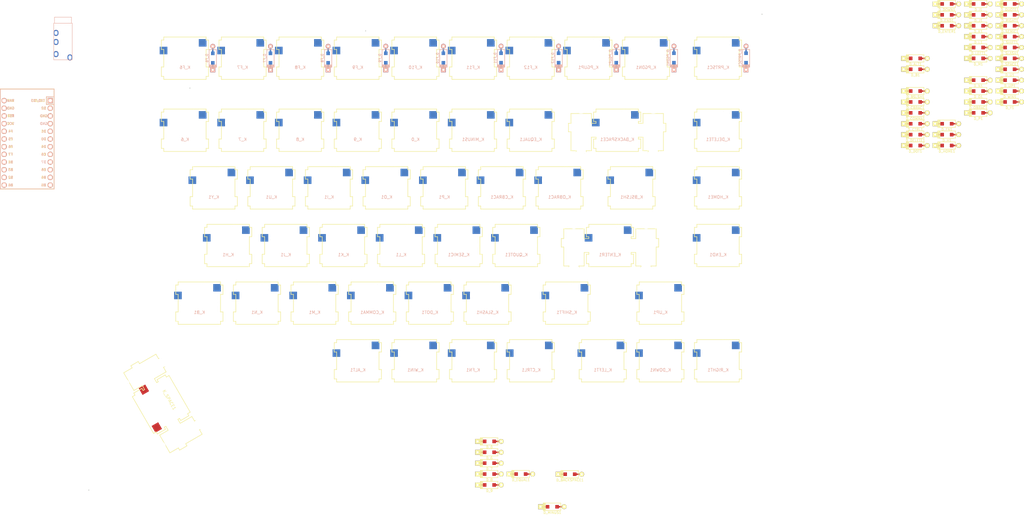
<source format=kicad_pcb>
(kicad_pcb (version 20221018) (generator pcbnew)
  (layers (0 "F.Cu" signal) (31 "B.Cu" signal) (34 "B.Paste" user) (35 "F.Paste" user) (36 "B.SilkS" user "B.Silkscreen") (37 "F.SilkS" user "F.Silkscreen") (38 "B.Mask" user) (39 "F.Mask" user) (44 "Edge.Cuts" user))
  (net 0 "")
  (net 1 "GND")
  (net 2 "Net-(D_0-A)")
  (net 3 "row1")
  (net 4 "Net-(D_6-A)")
  (net 5 "Net-(D_7-A)")
  (net 6 "Net-(D_8-A)")
  (net 7 "Net-(D_9-A)")
  (net 8 "Net-(D_ALT1-A)")
  (net 9 "row5")
  (net 10 "Net-(D_B1-A)")
  (net 11 "row4")
  (net 12 "Net-(D_BACKSPACE1-A)")
  (net 13 "Net-(D_BSLSH1-A)")
  (net 14 "row2")
  (net 15 "Net-(D_CBRAC1-A)")
  (net 16 "Net-(D_COMMA1-A)")
  (net 17 "Net-(D_CTRL1-A)")
  (net 18 "Net-(D_DELETE1-A)")
  (net 19 "Net-(D_DOT1-A)")
  (net 20 "Net-(D_DOWN1-A)")
  (net 21 "Net-(D_END1-A)")
  (net 22 "Net-(D_ENTER1-A)")
  (net 23 "row3")
  (net 24 "Net-(D_EQUAL1-A)")
  (net 25 "Net-(D_F6-A)")
  (net 26 "row0")
  (net 27 "Net-(D_F7-A)")
  (net 28 "Net-(D_F8-A)")
  (net 29 "Net-(D_F9-A)")
  (net 30 "Net-(D_F10-A)")
  (net 31 "Net-(D_F11-A)")
  (net 32 "Net-(D_F12-A)")
  (net 33 "Net-(D_FN1-A)")
  (net 34 "Net-(D_H1-A)")
  (net 35 "Net-(D_HOME1-A)")
  (net 36 "Net-(D_I1-A)")
  (net 37 "Net-(D_J1-A)")
  (net 38 "Net-(D_K1-A)")
  (net 39 "Net-(D_L1-A)")
  (net 40 "Net-(D_LEFT1-A)")
  (net 41 "Net-(D_M1-A)")
  (net 42 "Net-(D_MINUS1-A)")
  (net 43 "Net-(D_N1-A)")
  (net 44 "Net-(D_O1-A)")
  (net 45 "Net-(D_OBRAC1-A)")
  (net 46 "Net-(D_P1-A)")
  (net 47 "Net-(D_PGDN1-A)")
  (net 48 "Net-(D_PGUP1-A)")
  (net 49 "Net-(D_PRTSC1-A)")
  (net 50 "Net-(D_QUOTE1-A)")
  (net 51 "Net-(D_RIGHT1-A)")
  (net 52 "Net-(D_SEMIC1-A)")
  (net 53 "Net-(D_SHIFT1-A)")
  (net 54 "Net-(D_SLASH1-A)")
  (net 55 "Net-(D_SPACE1-A)")
  (net 56 "Net-(D_U1-A)")
  (net 57 "Net-(D_UP1-A)")
  (net 58 "Net-(D_WIN1-A)")
  (net 59 "Net-(D_Y1-A)")
  (net 60 "col4")
  (net 61 "col0")
  (net 62 "col1")
  (net 63 "col2")
  (net 64 "col3")
  (net 65 "col7")
  (net 66 "col5")
  (net 67 "col8")
  (net 68 "col6")
  (net 69 "Net-(U1-TX0{slash}PD3)")
  (net 70 "Net-(U1-RX1{slash}PD2)")
  (net 72 "Net-(U1-VCC)")
  (footprint "keyboard_parts:D_SOD123_axial" (layer "F.Cu") (at 181.35 195.21)
    (fp_text reference "D_8")
    (fp_text value "D" hide)
  )
  (footprint "keyboard_parts:D_SOD123_axial" (layer "F.Cu") (at 342.98 43.41)
    (fp_text reference "D_J1")
    (fp_text value "D" hide)
  )
  (footprint "MX_Alps_Hybrid_3:MXOnly-1U-Hotswap" (layer "F.Cu") (at 133.1125 119.661932)
    (fp_text reference "K_K1")
    (fp_text value "KEYSW")
  )
  (footprint "MX_Alps_Hybrid_3:MXOnly-1U-Hotswap" (layer "F.Cu") (at 142.6375 138.711932)
    (fp_text reference "K_COMMA1")
    (fp_text value "KEYSW")
  )
  (footprint "keyboard_parts:D_SOD123_axial" (layer "F.Cu") (at 332.58 43.41)
    (fp_text reference "D_END1")
    (fp_text value "D" hide)
  )
  (footprint "keyboard_parts:D_SOD123_axial" (layer "F.Cu") (at 322.18 61.41)
    (fp_text reference "D_B1")
    (fp_text value "D" hide)
  )
  (footprint "keyboard_parts:D_SOD123_axial" (layer "F.Cu") (at 342.98 57.81)
    (fp_text reference "D_M1")
    (fp_text value "D" hide)
  )
  (footprint "MX_Alps_Hybrid_3:MXOnly-1U-Hotswap" (layer "F.Cu") (at 128.35 100.611932)
    (fp_text reference "K_I1")
    (fp_text value "KEYSW")
  )
  (footprint "keyboard_parts:D_SOD123_axial" (layer "F.Cu") (at 332.58 86.61)
    (fp_text reference "D_HOME1")
    (fp_text value "D" hide)
  )
  (footprint "MX_Alps_Hybrid_3:MXOnly-1U-Hotswap" (layer "F.Cu") (at 147.4 100.611932)
    (fp_text reference "K_O1")
    (fp_text value "KEYSW")
  )
  (footprint "MX_Alps_Hybrid_3:MXOnly-2U-Hotswap" (layer "F.Cu") (at 223.6 81.561932)
    (fp_text reference "K_BACKSPACE1")
    (fp_text value "KEYSW")
  )
  (footprint "MX_Alps_Hybrid_3:MXOnly-1U-Hotswap" (layer "F.Cu") (at 156.925 157.761932)
    (fp_text reference "K_WIN1")
    (fp_text value "KEYSW")
  )
  (footprint "MX_Alps_Hybrid_3:MXOnly-1U-Hotswap" (layer "F.Cu") (at 195.025 81.561932)
    (fp_text reference "K_EQUAL1")
    (fp_text value "KEYSW")
  )
  (footprint "keyboard_parts:D_SOD123_axial" (layer "F.Cu") (at 353.38 61.41)
    (fp_text reference "D_U1")
    (fp_text value "D" hide)
  )
  (footprint "keyboard_parts:D_SOD123_axial" (layer "F.Cu") (at 322.18 83.01)
    (fp_text reference "D_DELETE1")
    (fp_text value "D" hide)
  )
  (footprint "keyboard_parts:D_SOD123_axial" (layer "F.Cu") (at 322.18 68.61)
    (fp_text reference "D_BSLSH1")
    (fp_text value "D" hide)
  )
  (footprint "keyboard_parts:D_SOD123_axial" (layer "F.Cu") (at 332.58 39.81)
    (fp_text reference "D_DOWN1")
    (fp_text value "D" hide)
  )
  (footprint "MX_Alps_Hybrid_3:MXOnly-1U-Hotswap" (layer "F.Cu") (at 99.775 57.749432)
    (fp_text reference "K_F7")
    (fp_text value "KEYSW")
  )
  (footprint "keyboard_parts:D_SOD123_axial" (layer "F.Cu") (at 322.18 75.81)
    (fp_text reference "D_COMMA1")
    (fp_text value "D" hide)
  )
  (footprint "MX_Alps_Hybrid_3:MXOnly-1U-Hotswap" (layer "F.Cu") (at 171.2125 119.661932)
    (fp_text reference "K_SEMIC1")
    (fp_text value "KEYSW")
  )
  (footprint "MX_Alps_Hybrid_3:MXOnly-1U-Hotswap" (layer "F.Cu") (at 137.875 157.761932)
    (fp_text reference "K_ALT1")
    (fp_text value "KEYSW")
  )
  (footprint "keyboard_parts:D_SOD123_axial" (layer "F.Cu") (at 353.38 50.61)
    (fp_text reference "D_SHIFT1")
    (fp_text value "D" hide)
  )
  (footprint "MX_Alps_Hybrid_3:MXOnly-1U-Hotswap" (layer "F.Cu") (at 85.4875 138.711932)
    (fp_text reference "K_B1")
    (fp_text value "KEYSW")
  )
  (footprint "keyboard_parts:D_SOD123_axial" (layer "F.Cu") (at 342.98 72.21)
    (fp_text reference "D_OBRAC1")
    (fp_text value "D" hide)
  )
  (footprint "MX_Alps_Hybrid_3:MXOnly-1U-Hotswap" (layer "F.Cu") (at 123.5875 138.711932)
    (fp_text reference "K_M1")
    (fp_text value "KEYSW")
  )
  (footprint "keyboard_parts:D_SOD123_axial" (layer "F.Cu") (at 342.98 39.81)
    (fp_text reference "D_I1")
    (fp_text value "D" hide)
  )
  (footprint "MX_Alps_Hybrid_3:MXOnly-1U-Hotswap" (layer "F.Cu") (at 237.8875 138.711932)
    (fp_text reference "K_UP1")
    (fp_text value "KEYSW")
  )
  (footprint "MX_Alps_Hybrid_3:MXOnly-1U-Hotswap" (layer "F.Cu") (at 80.725 81.561932)
    (fp_text reference "K_6")
    (fp_text value "KEYSW")
  )
  (footprint "keyboard_parts:D_SOD123_axial" (layer "F.Cu") (at 207.975 195.2625)
    (fp_text reference "D_BACKSPACE1")
    (fp_text value "D" hide)
  )
  (footprint "MX_Alps_Hybrid_3:MXOnly-1U-Hotswap" (layer "F.Cu") (at 104.5375 138.711932)
    (fp_text reference "K_N1")
    (fp_text value "KEYSW")
  )
  (footprint "MX_Alps_Hybrid_3:MXOnly-1U-Hotswap" (layer "F.Cu") (at 90.25 100.611932)
    (fp_text reference "K_Y1")
    (fp_text value "KEYSW")
  )
  (footprint "keyboard_parts:D_SOD123_axial" (layer "F.Cu") (at 353.38 47.01)
    (fp_text reference "D_SEMIC1")
    (fp_text value "D" hide)
  )
  (footprint "keyboard_parts:D_SOD123_axial" (layer "F.Cu") (at 353.38 57.81)
    (fp_text reference "D_SPACE1")
    (fp_text value "D" hide)
  )
  (footprint "MX_Alps_Hybrid_3:MXOnly-1U-Hotswap" (layer "F.Cu") (at 190.2625 119.661932)
    (fp_text reference "K_QUOTE1")
    (fp_text value "KEYSW")
  )
  (footprint "MX_Alps_Hybrid_3:MXOnly-1.75U-Hotswap" (layer "F.Cu") (at 206.93125 138.711932)
    (fp_text reference "K_SHIFT1")
    (fp_text value "KEYSW")
  )
  (footprint "MX_Alps_Hybrid_3:MXOnly-1U-Hotswap" (layer "F.Cu") (at 137.875 81.561932)
    (fp_text reference "K_9")
    (fp_text value "KEYSW")
  )
  (footprint "MX_Alps_Hybrid_3:MXOnly-1U-Hotswap" (layer "F.Cu") (at 218.8375 157.761932)
    (fp_text reference "K_LEFT1")
    (fp_text value "KEYSW")
  )
  (footprint "keyboard_parts:D_SOD123_axial" (layer "F.Cu") (at 353.38 43.41)
    (fp_text reference "D_RIGHT1")
    (fp_text value "D" hide)
  )
  (footprint "MX_Alps_Hybrid_3:MXOnly-1U-Hotswap" (layer "F.Cu") (at 156.925 57.749432)
    (fp_text reference "K_F10")
    (fp_text value "KEYSW")
  )
  (footprint "keyboard_parts:D_SOD123_axial" (layer "F.Cu") (at 322.18 72.21)
    (fp_text reference "D_CBRAC1")
    (fp_text value "D" hide)
  )
  (footprint "MX_Alps_Hybrid_3:MXOnly-1U-Hotswap" (layer "F.Cu") (at 237.8875 157.761932)
    (fp_text reference "K_DOWN1")
    (fp_text value "KEYSW")
  )
  (footprint "MX_Alps_Hybrid_3:MXOnly-1U-Hotswap" (layer "F.Cu") (at 256.9375 100.611932)
    (fp_text reference "K_HOME1")
    (fp_text value "KEYSW")
  )
  (footprint "MX_Alps_Hybrid_3:MXOnly-1U-Hotswap" (layer "F.Cu") (at 256.9375 119.661932)
    (fp_text reference "K_END1")
    (fp_text value "KEYSW")
  )
  (footprint "keyboard_parts:D_SOD123_axial" (layer "F.Cu") (at 342.98 47.01)
    (fp_text reference "D_K1")
    (fp_text value "D" hide)
  )
  (footprint "keyboard_parts:D_SOD123_axial" (layer "F.Cu") (at 181.35 188.01)
    (fp_text reference "D_6")
    (fp_text value "D" hide)
  )
  (footprint "keyboard_parts:D_SOD123_axial" (layer "F.Cu") (at 353.38 72.21)
    (fp_text reference "D_Y1")
    (fp_text value "D" hide)
  )
  (footprint "MX_Alps_Hybrid_3:MXOnly-1U-Hotswap" (layer "F.Cu") (at 175.975 157.761932)
    (fp_text reference "K_FN1")
    (fp_text value "KEYSW")
  )
  (footprint "keyboard_parts:D_SOD123_axial" (layer "F.Cu") (at 322.18 86.61)
    (fp_text reference "D_DOT1")
    (fp_text value "D" hide)
  )
  (footprint "MX_Alps_Hybrid_3:MXOnly-1U-Hotswap" (layer "F.Cu") (at 233.125 57.749432)
    (fp_text reference "K_PGDN1")
    (fp_text value "KEYSW")
  )
  (footprint "keyboard_parts:D_SOD123_axial" (layer "F.Cu") (at 181.35 184.41)
    (fp_text reference "D_0")
    (fp_text value "D" hide)
  )
  (footprint "keyboard_parts:D_SOD123_axial" (layer "F.Cu") (at 202.15 206.01)
    (fp_text reference "D_MINUS1")
    (fp_text value "D" hide)
  )
  (footprint "keyboard_parts:D_SOD123_axial" (layer "F.Cu") (at 191.75 195.21)
    (fp_text reference "D_EQUAL1")
    (fp_text value "D" hide)
  )
  (footprint "MX_Alps_Hybrid_3:MXOnly-2.25U-Hotswap" (layer "F.Cu") (at 221.21875 119.661932)
    (fp_text reference "K_ENTER1")
    (fp_text value "KEYSW")
  )
  (footprint "keyboard_parts:D_SOD123_axial" (layer "F.Cu") (at 332.58 83.01)
    (fp_text reference "D_H1")
    (fp_text value "D" hide)
  )
  (footprint "MX_Alps_Hybrid_3:MXOnly-1U-Hotswap" (layer "F.Cu") (at 214.075 57.749432)
    (fp_text reference "K_PGUP1")
    (fp_text value "KEYSW")
  )
  (footprint "keyboard_parts:D_SOD123_axial" (layer "F.Cu") (at 332.58 47.01)
    (fp_text reference "D_ENTER1")
    (fp_text value "D" hide)
  )
  (footprint "MX_Alps_Hybrid_3:MXOnly-1U-Hotswap" (layer "F.Cu") (at 99.775 81.561932)
    (fp_text reference "K_7")
    (fp_text value "KEYSW")
  )
  (footprint "MX_Alps_Hybrid_3:MXOnly-1U-Hotswap" (layer "F.Cu") (at 137.875 57.749432)
    (fp_text reference "K_F9")
    (fp_text value "KEYSW")
  )
  (footprint "MX_Alps_Hybrid_3:MXOnly-1U-Hotswap" (layer "F.Cu") (at 118.825 57.749432)
    (fp_text reference "K_F8")
    (fp_text value "KEYSW")
  )
  (footprint "keyboard_parts:D_SOD123_axial" (layer "F.Cu") (at 342.98 50.61)
    (fp_text reference "D_L1")
    (fp_text value "D" hide)
  )
  (footprint "MX_Alps_Hybrid_3:MXOnly-1U-Hotswap" (layer "F.Cu") (at 195.152 157.761932)
    (fp_text reference "K_CTRL1")
    (fp_text value "KEYSW")
  )
  (footprint "keyboard_parts:D_SOD123_axial" (layer "F.Cu") (at 181.35 198.81)
    (fp_text reference "D_9")
    (fp_text value "D" hide)
  )
  (footprint "MX_Alps_Hybrid_3:MXOnly-1U-Hotswap" (layer "F.Cu") (at 152.1625 119.661932)
    (fp_text reference "K_L1")
    (fp_text value "KEYSW")
  )
  (footprint "MX_Alps_Hybrid_3:MXOnly-1U-Hotswap" (layer "F.Cu") (at 95.0125 119.661932)
    (fp_text reference "K_H1")
    (fp_text value "KEYSW")
  )
  (footprint "keyboard_parts:D_SOD123_axial" (layer "F.Cu") (at 342.98 65.01)
    (fp_text reference "D_N1")
    (fp_text value "D" hide)
  )
  (footprint "keyboard_parts:D_SOD123_axial" (layer "F.Cu") (at 181.35 191.61)
    (fp_text reference "D_7")
    (fp_text value "D" hide)
  )
  (footprint "keyboard_parts:D_SOD123_axial" (layer "F.Cu") (at 342.98 54.21)
    (fp_text reference "D_LEFT1")
    (fp_text value "D" hide)
  )
  (footprint "MX_Alps_Hybrid_3:MXOnly-1U-Hotswap" (layer "F.Cu") (at 118.825 81.561932)
    (fp_text reference "K_8")
    (fp_text value "KEYSW")
  )
  (footprint "MX_Alps_Hybrid_3:MXOnly-1U-Hotswap" (layer "F.Cu") (at 256.9375 157.761932)
    (fp_text reference "K_RIGHT1")
    (fp_text value "KEYSW")
  )
  (footprint "MX_Alps_Hybrid_3:MXOnly-1U-Hotswap" (layer "F.Cu") (at 166.45 100.611932)
    (fp_text reference "K_P1")
    (fp_text value "KEYSW")
  )
  (footprint "MX_Alps_Hybrid_3:MXOnly-1U-Hotswap" (layer "F.Cu") (at 114.0625 119.661932)
    (fp_text reference "K_J1")
    (fp_text value "KEYSW")
  )
  (footprint "MX_Alps_Hybrid_3:MXOnly-1U-Hotswap" (layer "F.Cu") (at 109.3 100.611932)
    (fp_text reference "K_U1")
    (fp_text value "KEYSW")
  )
  (footprint "keyboard_parts:D_SOD123_axial" (layer "F.Cu") (at 353.38 39.81)
    (fp_text reference "D_QUOTE1")
    (fp_text value "D" hide)
  )
  (footprint "MX_Alps_Hybrid_3:MXOnly-1U-Hotswap" (layer "F.Cu") (at 80.725 57.749432)
    (fp_text reference "K_F6")
    (fp_text value "KEYSW")
  )
  (footprint "keyboard_parts:D_SOD123_axial" (layer "F.Cu") (at 342.98 75.81)
    (fp_text reference "D_P1")
    (fp_text value "D" hide)
  )
  (footprint "MX_Alps_Hybrid_3:MXOnly-1U-Hotswap" (layer "F.Cu") (at 175.975 81.561932)
    (fp_text reference "K_MINUS1")
    (fp_text value "KEYSW")
  )
  (footprint "keyboard_parts:D_SOD123_axial" (layer "F.Cu") (at 332.58 79.41)
    (fp_text reference "D_FN1")
    (fp_text value "D" hide)
  )
  (footprint "MX_Alps_Hybrid_3:MXOnly-1U-Hotswap" (layer "F.Cu") (at 161.6875 138.711932)
    (fp_text reference "K_DOT1")
    (fp_text value "KEYSW")
  )
  (footprint "MX_Alps_Hybrid_3:MXOnly-1U-Hotswap" (layer "F.Cu") (at 256.9375 81.561932)
    (fp_text reference "K_DELETE1")
    (fp_text value "KEYSW")
  )
  (footprint "MX_Alps_Hybrid_3:MXOnly-1U-Hotswap" (layer "F.Cu") (at 175.975 57.749432)
    (fp_text reference "K_F11")
    (fp_text value "KEYSW")
  )
  (footprint "MX_Alps_Hybrid_3:MXOnly-1U-Hotswap" (layer "F.Cu") (at 156.925 81.561932)
    (fp_text reference "K_0")
    (fp_text value "KEYSW")
  )
  (footprint "keyboard_parts:D_SOD123_axial" (layer "F.Cu") (at 322.18 79.41)
    (fp_text reference "D_CTRL1")
    (fp_text value "D" hide)
  )
  (footprint "MX_Alps_Hybrid_3:MXOnly-1U-Hotswap" (layer "F.Cu") (at 185.5 100.611932)
    (fp_text reference "K_CBRAC1")
    (fp_text value "KEYSW")
  )
  (footprint "MX_Alps_Hybrid_3:MXOnly-1U-Hotswap" (layer "F.Cu") (at 256.9375 57.749432)
    (fp_text reference "K_PRTSC1")
    (fp_text value "KEYSW")
  )
  (footprint "MX_Alps_Hybrid_3:MXOnly-1U-Hotswap" (layer "F.Cu") (at 204.55 100.611932)
    (fp_text reference "K_OBRAC1")
    (fp_text value "KEYSW")
  )
  (footprint "MX_Alps_Hybrid_3:MXOnly-1U-Hotswap" (layer "F.Cu") (at 195.025 57.749432)
    (fp_text reference "K_F12")
    (fp_text value "KEYSW")
  )
  (footprint "MX_Alps_Hybrid_3:MXOnly-1U-Hotswap" (layer "F.Cu") (at 180.7375 138.711932)
    (fp_text reference "K_SLASH1")
    (fp_text value "KEYSW")
  )
  (footprint "keyboard_parts:D_SOD123_axial" (layer "F.Cu") (at 342.98 68.61)
    (fp_text reference "D_O1")
    (fp_text value "D" hide)
  )
  (footprint "MX_Alps_Hybrid_3:MXOnly-1.5U-Hotswap" (layer "F.Cu") (at 228.3625 100.611932)
    (fp_text reference "K_BSLSH1")
    (fp_text value "KEYSW")
  )
  (footprint "keyboard_parts:D_SOD123_axial" (layer "F.Cu") (at 322.18 57.81)
    (fp_text reference "D_ALT1")
    (fp_text value "D" hide)
  )
  (footprint "keyboard_parts:D_SOD123_axial" (layer "F.Cu") (at 353.38 68.61)
    (fp_text reference "D_WIN1")
    (fp_text value "D" hide)
  )
  (footprint "keyboard_parts:D_SOD123_axial" (layer "F.Cu") (at 353.38 65.01)
    (fp_text reference "D_UP1")
    (fp_text value "D" hide)
  )
  (footprint "keyboard_parts:D_SOD123_axial" (layer "F.Cu") (at 353.38 54.21)
    (fp_text reference "D_SLASH1")
    (fp_text value "D" hide)
  )
  (footprint "keyboard_parts:D_SOD123_axial" (layer "B.Cu") (at 204.24 57.67 90)
    (fp_text reference "D_F12")
    (fp_text value "D" hide)
  )
  (footprint "ScottoKeebs_MCU:Arduino_Pro_Micro" (layer "B.Cu") (at 28.575 85.725 180)
    (fp_text reference "U1" hide)
    (fp_text value "Arduino_Pro_Micro" hide)
  )
  (footprint "keyboard_parts:D_SOD123_axial" (layer "B.Cu") (at 89.919999 57.715001 90)
    (fp_text reference "D_F6")
    (fp_text value "D" hide)
  )
  (footprint "keyboard_parts:D_SOD123_axial" (layer "B.Cu") (at 108.990001 57.714999 90)
    (fp_text reference "D_F7")
    (fp_text value "D" hide)
  )
  (footprint "keyboard_parts:D_SOD123_axial" (layer "B.Cu") (at 166.139999 57.690001 90)
    (fp_text reference "D_F10")
    (fp_text value "D" hide)
  )
  (footprint "keyboard_parts:D_SOD123_axial" (layer "B.Cu") (at 128.05 57.71 90)
    (fp_text reference "D_F8")
    (fp_text value "D" hide)
  )
  (footprint "keyboard_parts:D_SOD123_axial" (layer "B.Cu") (at 242.35 57.67 90)
    (fp_text reference "D_PGDN1")
    (fp_text value "D" hide)
  )
  (footprint "keyboard_parts:D_SOD123_axial" (layer "B.Cu") (at 266.19 57.67 90)
    (fp_text reference "D_PRTSC1")
    (fp_text value "D" hide)
  )
  (footprint "MX_Alps_Hybrid_3:MXOnly-2.25U-Hotswap" (layer "B.Cu") (at 72.88996 172.198889 -60)
    (fp_text reference "K_SPACE1")
    (fp_text value "KEYSW")
  )
  (footprint "keyboard_parts:D_SOD123_axial" (layer "B.Cu") (at 223.29 57.67 90)
    (fp_text reference "D_PGUP1")
    (fp_text value "D" hide)
  )
  (footprint "ScottoKeebs_Components:TRRS_PJ-320A" (layer "B.Cu") (at 40.4 46.1875 180)
    (fp_text reference "U2")
    (fp_text value "TRRS")
  )
  (footprint "keyboard_parts:D_SOD123_axial" (layer "B.Cu") (at 147.1 57.69 90)
    (fp_text reference "D_F9")
    (fp_text value "D" hide)
  )
  (footprint "keyboard_parts:D_SOD123_axial" (layer "B.Cu") (at 185.21 57.67 90)
    (fp_text reference "D_F11")
    (fp_text value "D" hide)
  )
  (gr_line (start 230.884 163.7623) (end 230.884 164.7628) (stroke (width 0.2)) (layer "F.SilkS"))
  (gr_line (start 78.91 176.8109) (end 79.31 177.5041) (stroke (width 0.2)) (layer "F.SilkS"))
  (gr_line (start 263.932 78.663) (end 264.733 78.663) (stroke (width 0.2)) (layer "F.SilkS"))
  (gr_line (start 155.194 94.612) (end 154.395 94.612) (stroke (width 0.2)) (layer "F.SilkS"))
  (gr_line (start 163.92 63.751) (end 164.719 63.751) (stroke (width 0.2)) (layer "F.SilkS"))
  (gr_line (start 249.133 63.751) (end 249.934 63.751) (stroke (width 0.2)) (layer "F.SilkS"))
  (gr_line (start 130.069 63.751) (end 130.87 63.751) (stroke (width 0.2)) (layer "F.SilkS"))
  (gr_line (start 225.321 51.751) (end 225.321 54.85) (stroke (width 0.2)) (layer "F.SilkS"))
  (gr_line (start 199.126 144.7121) (end 199.925 144.7121) (stroke (width 0.2)) (layer "F.SilkS"))
  (gr_line (start 121.057 113.6624) (end 121.057 112.6633) (stroke (width 0.2)) (layer "F.SilkS"))
  (gr_line (start 249.934 84.463) (end 249.133 84.463) (stroke (width 0.2)) (layer "F.SilkS"))
  (gr_line (start 173.733 131.7133) (end 173.733 132.7124) (stroke (width 0.2)) (layer "F.SilkS"))
  (gr_line (start 263.932 122.563) (end 263.932 116.763) (stroke (width 0.2)) (layer "F.SilkS"))
  (gr_line (start 187.219 78.663) (end 188.02 78.663) (stroke (width 0.2)) (layer "F.SilkS"))
  (gr_line (start 126.619 51.751) (end 125.82 51.751) (stroke (width 0.2)) (layer "F.SilkS"))
  (gr_line (start 144.357 113.6624) (end 144.357 116.763) (stroke (width 0.2)) (layer "F.SilkS"))
  (gr_line (start 216.595 79.262) (end 215.07 79.262) (stroke (width 0.2)) (layer "F.SilkS"))
  (gr_line (start 226.633 154.863) (end 226.633 151.7624) (stroke (width 0.2)) (layer "F.SilkS"))
  (gr_line (start 106.77 84.463) (end 106.77 78.663) (stroke (width 0.2)) (layer "F.SilkS"))
  (gr_line (start 115.782 135.813) (end 116.583 135.813) (stroke (width 0.2)) (layer "F.SilkS"))
  (gr_line (start 182.97 51.751) (end 182.97 50.751) (stroke (width 0.2)) (layer "F.SilkS"))
  (gr_line (start 97.245 107.6126) (end 97.245 106.6121) (stroke (width 0.2)) (layer "F.SilkS"))
  (gr_line (start 149.92 163.7623) (end 149.92 164.7628) (stroke (width 0.2)) (layer "F.SilkS"))
  (gr_line (start 169.483 135.813) (end 169.483 132.7124) (stroke (width 0.2)) (layer "F.SilkS"))
  (gr_line (start 229.014 125.6621) (end 229.014 122.563) (stroke (width 0.2)) (layer "F.SilkS"))
  (gr_line (start 82.444 106.6121) (end 83.245 106.6121) (stroke (width 0.2)) (layer "F.SilkS"))
  (gr_line (start 168.97 163.7623) (end 168.97 164.7628) (stroke (width 0.2)) (layer "F.SilkS"))
  (gr_line (start 188.02 64.75) (end 202.02 64.75) (stroke (width 0.2)) (layer "F.SilkS"))
  (gr_line (start 126.108 113.6624) (end 125.307 113.6624) (stroke (width 0.2)) (layer "F.SilkS"))
  (gr_line (start 168.169 160.663) (end 168.169 163.7623) (stroke (width 0.2)) (layer "F.SilkS"))
  (gr_line (start 202.02 78.663) (end 202.819 78.663) (stroke (width 0.2)) (layer "F.SilkS"))
  (gr_line (start 126.619 63.751) (end 126.619 60.65) (stroke (width 0.2)) (layer "F.SilkS"))
  (gr_line (start 91.969 78.663) (end 92.77 78.663) (stroke (width 0.2)) (layer "F.SilkS"))
  (gr_line (start 173.445 97.713) (end 174.244 97.713) (stroke (width 0.2)) (layer "F.SilkS"))
  (gr_line (start 149.92 54.85) (end 149.92 60.65) (stroke (width 0.2)) (layer "F.SilkS"))
  (gr_line (start 215.07 83.862) (end 216.595 83.862) (stroke (width 0.2)) (layer "F.SilkS"))
  (gr_line (start 78.483 135.813) (end 78.483 141.613) (stroke (width 0.2)) (layer "F.SilkS"))
  (gr_line (start 207.07 60.65) (end 206.269 60.65) (stroke (width 0.2)) (layer "F.SilkS"))
  (gr_line (start 263.932 112.6633) (end 249.934 112.6633) (stroke (width 0.2)) (layer "F.SilkS"))
  (gr_line (start 149.92 88.563) (end 163.92 88.563) (stroke (width 0.2)) (layer "F.SilkS"))
  (gr_line (start 140.908 113.6624) (end 140.107 113.6624) (stroke (width 0.2)) (layer "F.SilkS"))
  (gr_line (start 221.07 54.85) (end 221.871 54.85) (stroke (width 0.2)) (layer "F.SilkS"))
  (gr_line (start 111.82 84.463) (end 111.019 84.463) (stroke (width 0.2)) (layer "F.SilkS"))
  (gr_line (start 87.72 63.751) (end 88.519 63.751) (stroke (width 0.2)) (layer "F.SilkS"))
  (gr_line (start 230.884 150.7633) (end 230.884 151.7624) (stroke (width 0.2)) (layer "F.SilkS"))
  (gr_line (start 178.495 106.6121) (end 178.495 107.6126) (stroke (width 0.2)) (layer "F.SilkS"))
  (gr_line (start 245.683 160.663) (end 244.882 160.663) (stroke (width 0.2)) (layer "F.SilkS"))
  (gr_line (start 74.499 161.4307) (end 73.636 159.937) (stroke (width 0.2)) (layer "F.SilkS"))
  (gr_line (start 202.02 84.463) (end 202.02 78.663) (stroke (width 0.2)) (layer "F.SilkS"))
  (gr_line (start 97.533 145.7126) (end 111.532 145.7126) (stroke (width 0.2)) (layer "F.SilkS"))
  (gr_line (start 229.738 126.4326) (end 231.463 126.4326) (stroke (width 0.2)) (layer "F.SilkS"))
  (gr_line (start 202.819 151.7624) (end 202.02 151.7624) (stroke (width 0.2)) (layer "F.SilkS"))
  (gr_line (start 207.07 63.751) (end 207.07 64.75) (stroke (width 0.2)) (layer "F.SilkS"))
  (gr_line (start 263.932 151.7624) (end 263.932 150.7633) (stroke (width 0.2)) (layer "F.SilkS"))
  (gr_line (start 144.87 50.751) (end 130.87 50.751) (stroke (width 0.2)) (layer "F.SilkS"))
  (gr_line (start 125.82 63.751) (end 126.619 63.751) (stroke (width 0.2)) (layer "F.SilkS"))
  (gr_line (start 116.295 107.6126) (end 116.295 106.6121) (stroke (width 0.2)) (layer "F.SilkS"))
  (gr_line (start 221.871 51.751) (end 221.07 51.751) (stroke (width 0.2)) (layer "F.SilkS"))
  (gr_line (start 225.321 54.85) (end 226.122 54.85) (stroke (width 0.2)) (layer "F.SilkS"))
  (gr_line (start 202.02 154.863) (end 202.819 154.863) (stroke (width 0.2)) (layer "F.SilkS"))
  (gr_line (start 164.719 160.663) (end 163.92 160.663) (stroke (width 0.2)) (layer "F.SilkS"))
  (gr_line (start 96.732 141.613) (end 96.732 144.7121) (stroke (width 0.2)) (layer "F.SilkS"))
  (gr_line (start 149.92 75.562) (end 149.119 75.562) (stroke (width 0.2)) (layer "F.SilkS"))
  (gr_line (start 78.543 186.57709) (end 78.957 187.2909) (stroke (width 0.2)) (layer "F.SilkS"))
  (gr_line (start 92.482 145.7126) (end 92.482 144.7121) (stroke (width 0.2)) (layer "F.SilkS"))
  (gr_line (start 154.395 97.713) (end 155.194 97.713) (stroke (width 0.2)) (layer "F.SilkS"))
  (gr_line (start 163.407 125.6621) (end 164.208 125.6621) (stroke (width 0.2)) (layer "F.SilkS"))
  (gr_line (start 73.72 87.562) (end 73.72 88.563) (stroke (width 0.2)) (layer "F.SilkS"))
  (gr_line (start 73.887 179.7103) (end 74.406 179.4099) (stroke (width 0.2)) (layer "F.SilkS"))
  (gr_line (start 120.544 103.513) (end 120.544 106.6121) (stroke (width 0.2)) (layer "F.SilkS"))
  (gr_line (start 150.433 144.7121) (end 150.433 141.613) (stroke (width 0.2)) (layer "F.SilkS"))
  (gr_line (start 168.169 51.751) (end 168.169 54.85) (stroke (width 0.2)) (layer "F.SilkS"))
  (gr_line (start 79.31 177.5041) (end 81.994 175.9538) (stroke (width 0.2)) (layer "F.SilkS"))
  (gr_line (start 154.395 103.513) (end 154.395 97.713) (stroke (width 0.2)) (layer "F.SilkS"))
  (gr_line (start 102.295 94.612) (end 101.494 94.612) (stroke (width 0.2)) (layer "F.SilkS"))
  (gr_line (start 211.032 163.7623) (end 211.833 163.7623) (stroke (width 0.2)) (layer "F.SilkS"))
  (gr_line (start 135.345 97.713) (end 136.144 97.713) (stroke (width 0.2)) (layer "F.SilkS"))
  (gr_line (start 163.92 163.7623) (end 164.719 163.7623) (stroke (width 0.2)) (layer "F.SilkS"))
  (gr_line (start 125.82 78.663) (end 126.619 78.663) (stroke (width 0.2)) (layer "F.SilkS"))
  (gr_line (start 102.295 103.513) (end 101.494 103.513) (stroke (width 0.2)) (layer "F.SilkS"))
  (gr_line (start 263.932 116.763) (end 264.733 116.763) (stroke (width 0.2)) (layer "F.SilkS"))
  (gr_line (start 168.169 78.663) (end 168.97 78.663) (stroke (width 0.2)) (layer "F.SilkS"))
  (gr_line (start 182.97 75.562) (end 182.97 74.563) (stroke (width 0.2)) (layer "F.SilkS"))
  (gr_line (start 214.214 113.6624) (end 213.413 113.6624) (stroke (width 0.2)) (layer "F.SilkS"))
  (gr_line (start 145.158 122.563) (end 144.357 122.563) (stroke (width 0.2)) (layer "F.SilkS"))
  (gr_line (start 230.884 141.613) (end 230.083 141.613) (stroke (width 0.2)) (layer "F.SilkS"))
  (gr_line (start 111.82 60.65) (end 111.019 60.65) (stroke (width 0.2)) (layer "F.SilkS"))
  (gr_line (start 121.345 93.613) (end 121.345 94.612) (stroke (width 0.2)) (layer "F.SilkS"))
  (gr_line (start 163.92 151.7624) (end 163.92 150.7633) (stroke (width 0.2)) (layer "F.SilkS"))
  (gr_line (start 239.693 79.262) (end 238.871 79.262) (stroke (width 0.2)) (layer "F.SilkS"))
  (gr_line (start 92.77 50.751) (end 92.77 51.751) (stroke (width 0.2)) (layer "F.SilkS"))
  (gr_line (start 199.126 135.813) (end 199.925 135.813) (stroke (width 0.2)) (layer "F.SilkS"))
  (gr_line (start 116.583 135.813) (end 116.583 141.613) (stroke (width 0.2)) (layer "F.SilkS"))
  (gr_line (start 197.545 97.713) (end 197.545 103.513) (stroke (width 0.2)) (layer "F.SilkS"))
  (gr_line (start 228.214 121.9622) (end 229.738 121.9622) (stroke (width 0.2)) (layer "F.SilkS"))
  (gr_line (start 87.207 125.6621) (end 88.008 125.6621) (stroke (width 0.2)) (layer "F.SilkS"))
  (gr_line (start 115.782 132.7124) (end 115.782 135.813) (stroke (width 0.2)) (layer "F.SilkS"))
  (gr_line (start 214.725 132.7124) (end 213.926 132.7124) (stroke (width 0.2)) (layer "F.SilkS"))
  (gr_line (start 81.594 175.2607) (end 82.461 174.7604) (stroke (width 0.2)) (layer "F.SilkS"))
  (gr_line (start 91.969 60.65) (end 91.969 63.751) (stroke (width 0.2)) (layer "F.SilkS"))
  (gr_line (start 236.49 126.4326) (end 236.49 120.1627) (stroke (width 0.2)) (layer "F.SilkS"))
  (gr_line (start 159.958 122.563) (end 159.157 122.563) (stroke (width 0.2)) (layer "F.SilkS"))
  (gr_line (start 106.257 116.763) (end 107.058 116.763) (stroke (width 0.2)) (layer "F.SilkS"))
  (gr_line (start 107.569 60.65) (end 106.77 60.65) (stroke (width 0.2)) (layer "F.SilkS"))
  (gr_line (start 214.725 141.613) (end 213.926 141.613) (stroke (width 0.2)) (layer "F.SilkS"))
  (gr_line (start 216.595 83.862) (end 216.595 84.463) (stroke (width 0.2)) (layer "F.SilkS"))
  (gr_line (start 159.157 122.563) (end 159.157 116.763) (stroke (width 0.2)) (layer "F.SilkS"))
  (gr_line (start 230.595 79.262) (end 230.595 78.663) (stroke (width 0.2)) (layer "F.SilkS"))
  (gr_line (start 140.107 113.6624) (end 140.107 112.6633) (stroke (width 0.2)) (layer "F.SilkS"))
  (gr_line (start 135.345 106.6121) (end 136.144 106.6121) (stroke (width 0.2)) (layer "F.SilkS"))
  (gr_line (start 187.219 60.65) (end 187.219 63.751) (stroke (width 0.2)) (layer "F.SilkS"))
  (gr_line (start 92.77 54.85) (end 92.77 60.65) (stroke (width 0.2)) (layer "F.SilkS"))
  (gr_line (start 249.934 94.612) (end 249.133 94.612) (stroke (width 0.2)) (layer "F.SilkS"))
  (gr_line (start 192.495 93.613) (end 178.495 93.613) (stroke (width 0.2)) (layer "F.SilkS"))
  (gr_line (start 197.545 93.613) (end 197.545 94.612) (stroke (width 0.2)) (layer "F.SilkS"))
  (gr_line (start 211.032 160.663) (end 211.032 163.7623) (stroke (width 0.2)) (layer "F.SilkS"))
  (gr_line (start 264.733 84.463) (end 263.932 84.463) (stroke (width 0.2)) (layer "F.SilkS"))
  (gr_line (start 202.02 88.563) (end 202.02 87.562) (stroke (width 0.2)) (layer "F.SilkS"))
  (gr_line (start 85.537 180.5482) (end 86.576 179.9473) (stroke (width 0.2)) (layer "F.SilkS"))
  (gr_line (start 244.882 151.7624) (end 244.882 150.7633) (stroke (width 0.2)) (layer "F.SilkS"))
  (gr_line (start 125.82 84.463) (end 125.82 78.663) (stroke (width 0.2)) (layer "F.SilkS"))
  (gr_line (start 163.92 75.562) (end 163.92 74.563) (stroke (width 0.2)) (layer "F.SilkS"))
  (gr_line (start 263.932 51.751) (end 263.932 50.751) (stroke (width 0.2)) (layer "F.SilkS"))
  (gr_line (start 249.133 122.563) (end 249.133 125.6621) (stroke (width 0.2)) (layer "F.SilkS"))
  (gr_line (start 208.32 79.262) (end 207.495 79.262) (stroke (width 0.2)) (layer "F.SilkS"))
  (gr_line (start 179.008 116.763) (end 179.008 113.6624) (stroke (width 0.2)) (layer "F.SilkS"))
  (gr_line (start 149.92 64.75) (end 163.92 64.75) (stroke (width 0.2)) (layer "F.SilkS"))
  (gr_line (start 182.97 60.65) (end 182.97 54.85) (stroke (width 0.2)) (layer "F.SilkS"))
  (gr_line (start 183.769 54.85) (end 183.769 51.751) (stroke (width 0.2)) (layer "F.SilkS"))
  (gr_line (start 83.245 93.613) (end 83.245 94.612) (stroke (width 0.2)) (layer "F.SilkS"))
  (gr_line (start 65.693 158.7199) (end 65.281 158.0062) (stroke (width 0.2)) (layer "F.SilkS"))
  (gr_line (start 179.008 113.6624) (end 178.207 113.6624) (stroke (width 0.2)) (layer "F.SilkS"))
  (gr_line (start 214.214 126.6626) (end 228.214 126.6626) (stroke (width 0.2)) (layer "F.SilkS"))
  (gr_line (start 149.92 87.562) (end 149.92 88.563) (stroke (width 0.2)) (layer "F.SilkS"))
  (gr_line (start 149.119 75.562) (end 149.119 78.663) (stroke (width 0.2)) (layer "F.SilkS"))
  (gr_line (start 173.733 145.7126) (end 187.732 145.7126) (stroke (width 0.2)) (layer "F.SilkS"))
  (gr_line (start 78.483 141.613) (end 77.682 141.613) (stroke (width 0.2)) (layer "F.SilkS"))
  (gr_line (start 236.158 97.713) (end 236.158 94.612) (stroke (width 0.2)) (layer "F.SilkS"))
  (gr_line (start 92.77 60.65) (end 91.969 60.65) (stroke (width 0.2)) (layer "F.SilkS"))
  (gr_line (start 87.207 122.563) (end 87.207 125.6621) (stroke (width 0.2)) (layer "F.SilkS"))
  (gr_line (start 73.72 63.751) (end 73.72 64.75) (stroke (width 0.2)) (layer "F.SilkS"))
  (gr_line (start 210.963 127.6328) (end 210.963 126.4326) (stroke (width 0.2)) (layer "F.SilkS"))
  (gr_line (start 79.152 178.4301) (end 78.39 177.11) (stroke (width 0.2)) (layer "F.SilkS"))
  (gr_line (start 88.519 60.65) (end 87.72 60.65) (stroke (width 0.2)) (layer "F.SilkS"))
  (gr_line (start 187.732 131.7133) (end 173.733 131.7133) (stroke (width 0.2)) (layer "F.SilkS"))
  (gr_line (start 97.533 131.7133) (end 97.533 132.7124) (stroke (width 0.2)) (layer "F.SilkS"))
  (gr_line (start 207.07 50.751) (end 207.07 51.751) (stroke (width 0.2)) (layer "F.SilkS"))
  (gr_line (start 212.689 117.3623) (end 212.689 114.1323) (stroke (width 0.2)) (layer "F.SilkS"))
  (gr_line (start 230.083 151.7624) (end 230.083 154.863) (stroke (width 0.2)) (layer "F.SilkS"))
  (gr_line (start 215.794 84.463) (end 215.794 87.562) (stroke (width 0.2)) (layer "F.SilkS"))
  (gr_line (start 149.632 135.813) (end 150.433 135.813) (stroke (width 0.2)) (layer "F.SilkS"))
  (gr_line (start 164.208 126.6626) (end 178.207 126.6626) (stroke (width 0.2)) (layer "F.SilkS"))
  (gr_line (start 144.87 78.663) (end 145.669 78.663) (stroke (width 0.2)) (layer "F.SilkS"))
  (gr_line (start 159.958 125.6621) (end 159.958 122.563) (stroke (width 0.2)) (layer "F.SilkS"))
  (gr_line (start 245.683 132.7124) (end 244.882 132.7124) (stroke (width 0.2)) (layer "F.SilkS"))
  (gr_line (start 130.87 60.65) (end 130.069 60.65) (stroke (width 0.2)) (layer "F.SilkS"))
  (gr_line (start 221.359 97.713) (end 221.359 103.513) (stroke (width 0.2)) (layer "F.SilkS"))
  (gr_line (start 202.819 51.751) (end 202.02 51.751) (stroke (width 0.2)) (layer "F.SilkS"))
  (gr_line (start 163.407 113.6624) (end 163.407 116.763) (stroke (width 0.2)) (layer "F.SilkS"))
  (gr_line (start 235.357 97.713) (end 236.158 97.713) (stroke (width 0.2)) (layer "F.SilkS"))
  (gr_line (start 164.719 84.463) (end 163.92 84.463) (stroke (width 0.2)) (layer "F.SilkS"))
  (gr_line (start 125.307 113.6624) (end 125.307 116.763) (stroke (width 0.2)) (layer "F.SilkS"))
  (gr_line (start 263.932 88.563) (end 263.932 87.562) (stroke (width 0.2)) (layer "F.SilkS"))
  (gr_line (start 172.932 132.7124) (end 172.932 135.813) (stroke (width 0.2)) (layer "F.SilkS"))
  (gr_line (start 240.921 51.751) (end 240.12 51.751) (stroke (width 0.2)) (layer "F.SilkS"))
  (gr_line (start 135.633 145.7126) (end 149.632 145.7126) (stroke (width 0.2)) (layer "F.SilkS"))
  (gr_line (start 249.934 60.65) (end 249.133 60.65) (stroke (width 0.2)) (layer "F.SilkS"))
  (gr_line (start 197.545 106.6121) (end 197.545 107.6126) (stroke (width 0.2)) (layer "F.SilkS"))
  (gr_line (start 238.871 82.063) (end 239.693 82.063) (stroke (width 0.2)) (layer "F.SilkS"))
  (gr_line (start 149.632 132.7124) (end 149.632 131.7133) (stroke (width 0.2)) (layer "F.SilkS"))
  (gr_line (start 221.359 107.6126) (end 235.357 107.6126) (stroke (width 0.2)) (layer "F.SilkS"))
  (gr_line (start 216.595 88.563) (end 230.595 88.563) (stroke (width 0.2)) (layer "F.SilkS"))
  (gr_line (start 230.884 154.863) (end 230.884 160.663) (stroke (width 0.2)) (layer "F.SilkS"))
  (gr_line (start 249.133 106.6121) (end 249.934 106.6121) (stroke (width 0.2)) (layer "F.SilkS"))
  (gr_line (start 213.413 116.763) (end 214.214 116.763) (stroke (width 0.2)) (layer "F.SilkS"))
  (gr_line (start 96.732 135.813) (end 97.533 135.813) (stroke (width 0.2)) (layer "F.SilkS"))
  (gr_line (start 202.819 154.863) (end 202.819 151.7624) (stroke (width 0.2)) (layer "F.SilkS"))
  (gr_line (start 73.026 156.478) (end 71.987 157.0788) (stroke (width 0.2)) (layer "F.SilkS"))
  (gr_line (start 182.97 84.463) (end 182.97 78.663) (stroke (width 0.2)) (layer "F.SilkS"))
  (gr_line (start 168.682 144.7121) (end 169.483 144.7121) (stroke (width 0.2)) (layer "F.SilkS"))
  (gr_line (start 140.395 97.713) (end 140.395 103.513) (stroke (width 0.2)) (layer "F.SilkS"))
  (gr_line (start 97.533 144.7121) (end 97.533 145.7126) (stroke (width 0.2)) (layer "F.SilkS"))
  (gr_line (start 264.733 94.612) (end 263.932 94.612) (stroke (width 0.2)) (layer "F.SilkS"))
  (gr_line (start 264.733 106.6121) (end 264.733 103.513) (stroke (width 0.2)) (layer "F.SilkS"))
  (gr_line (start 188.02 160.663) (end 187.219 160.663) (stroke (width 0.2)) (layer "F.SilkS"))
  (gr_line (start 102.007 113.6624) (end 102.007 112.6633) (stroke (width 0.2)) (layer "F.SilkS"))
  (gr_line (start 182.457 125.6621) (end 183.258 125.6621) (stroke (width 0.2)) (layer "F.SilkS"))
  (gr_line (start 145.158 125.6621) (end 145.158 126.6626) (stroke (width 0.2)) (layer "F.SilkS"))
  (gr_line (start 187.732 145.7126) (end 187.732 144.7121) (stroke (width 0.2)) (layer "F.SilkS"))
  (gr_line (start 78.483 132.7124) (end 77.682 132.7124) (stroke (width 0.2)) (layer "F.SilkS"))
  (gr_line (start 130.87 160.663) (end 130.069 160.663) (stroke (width 0.2)) (layer "F.SilkS"))
  (gr_line (start 240.12 54.85) (end 240.921 54.85) (stroke (width 0.2)) (layer "F.SilkS"))
  (gr_line (start 134.832 135.813) (end 135.633 135.813) (stroke (width 0.2)) (layer "F.SilkS"))
  (gr_line (start 214.214 121.9622) (end 214.214 122.563) (stroke (width 0.2)) (layer "F.SilkS"))
  (gr_line (start 199.925 132.7124) (end 199.126 132.7124) (stroke (width 0.2)) (layer "F.SilkS"))
  (gr_line (start 111.532 132.7124) (end 111.532 131.7133) (stroke (width 0.2)) (layer "F.SilkS"))
  (gr_line (start 213.926 135.813) (end 214.725 135.813) (stroke (width 0.2)) (layer "F.SilkS"))
  (gr_line (start 96.732 144.7121) (end 97.533 144.7121) (stroke (width 0.2)) (layer "F.SilkS"))
  (gr_line (start 121.057 125.6621) (end 121.858 125.6621) (stroke (width 0.2)) (layer "F.SilkS"))
  (gr_line (start 111.82 75.562) (end 111.019 75.562) (stroke (width 0.2)) (layer "F.SilkS"))
  (gr_line (start 198.058 113.6624) (end 197.257 113.6624) (stroke (width 0.2)) (layer "F.SilkS"))
  (gr_line (start 149.119 51.751) (end 149.119 54.85) (stroke (width 0.2)) (layer "F.SilkS"))
  (gr_line (start 263.932 97.713) (end 264.733 97.713) (stroke (width 0.2)) (layer "F.SilkS"))
  (gr_line (start 153.882 144.7121) (end 154.683 144.7121) (stroke (width 0.2)) (layer "F.SilkS"))
  (gr_line (start 182.97 78.663) (end 183.769 78.663) (stroke (width 0.2)) (layer "F.SilkS"))
  (gr_line (start 98.044 94.612) (end 97.245 94.612) (stroke (width 0.2)) (layer "F.SilkS"))
  (gr_line (start 140.395 94.612) (end 139.594 94.612) (stroke (width 0.2)) (layer "F.SilkS"))
  (gr_line (start 205.939 117.3623) (end 205.113 117.3623) (stroke (width 0.2)) (layer "F.SilkS"))
  (gr_line (start 264.733 122.563) (end 263.932 122.563) (stroke (width 0.2)) (layer "F.SilkS"))
  (gr_line (start 225.832 150.7633) (end 211.833 150.7633) (stroke (width 0.2)) (layer "F.SilkS"))
  (gr_line (start 145.669 154.863) (end 145.669 151.7624) (stroke (width 0.2)) (layer "F.SilkS"))
  (gr_line (start 145.158 112.6633) (end 145.158 113.6624) (stroke (width 0.2)) (layer "F.SilkS"))
  (gr_line (start 102.295 106.6121) (end 102.295 107.6126) (stroke (width 0.2)) (layer "F.SilkS"))
  (gr_line (start 149.119 54.85) (end 149.92 54.85) (stroke (width 0.2)) (layer "F.SilkS"))
  (gr_line (start 182.457 122.563) (end 182.457 125.6621) (stroke (width 0.2)) (layer "F.SilkS"))
  (gr_line (start 202.819 75.562) (end 202.02 75.562) (stroke (width 0.2)) (layer "F.SilkS"))
  (gr_line (start 130.87 51.751) (end 130.069 51.751) (stroke (width 0.2)) (layer "F.SilkS"))
  (gr_line (start 236.158 103.513) (end 235.357 103.513) (stroke (width 0.2)) (layer "F.SilkS"))
  (gr_line (start 101.494 106.6121) (end 102.295 106.6121) (stroke (width 0.2)) (layer "F.SilkS"))
  (gr_line (start 116.295 106.6121) (end 117.094 106.6121) (stroke (width 0.2)) (layer "F.SilkS"))
  (gr_line (start 202.02 150.7633) (end 188.02 150.7633) (stroke (width 0.2)) (layer "F.SilkS"))
  (gr_line (start 63.847 167.5809) (end 66.644 165.9658) (stroke (width 0.2)) (layer "F.SilkS"))
  (gr_line (start 177.694 103.513) (end 177.694 106.6121) (stroke (width 0.2)) (layer "F.SilkS"))
  (gr_line (start 159.157 112.6633) (end 145.158 112.6633) (stroke (width 0.2)) (layer "F.SilkS"))
  (gr_line (start 159.445 107.6126) (end 173.445 107.6126) (stroke (width 0.2)) (layer "F.SilkS"))
  (gr_line (start 163.92 88.563) (end 163.92 87.562) (stroke (width 0.2)) (layer "F.SilkS"))
  (gr_line (start 106.77 88.563) (end 106.77 87.562) (stroke (width 0.2)) (layer "F.SilkS"))
  (gr_line (start 230.884 151.7624) (end 230.083 151.7624) (stroke (width 0.2)) (layer "F.SilkS"))
  (gr_line (start 226.122 60.65) (end 225.321 60.65) (stroke (width 0.2)) (layer "F.SilkS"))
  (gr_line (start 264.733 97.713) (end 264.733 94.612) (stroke (width 0.2)) (layer "F.SilkS"))
  (gr_line (start 126.619 54.85) (end 126.619 51.751) (stroke (width 0.2)) (layer "F.SilkS"))
  (gr_line (start 196.744 106.6121) (end 197.545 106.6121) (stroke (width 0.2)) (layer "F.SilkS"))
  (gr_line (start 83.245 107.6126) (end 97.245 107.6126) (stroke (width 0.2)) (layer "F.SilkS"))
  (gr_line (start 197.257 112.6633) (end 183.258 112.6633) (stroke (width 0.2)) (layer "F.SilkS"))
  (gr_line (start 188.02 60.65) (end 187.219 60.65) (stroke (width 0.2)) (layer "F.SilkS"))
  (gr_line (start 183.769 163.7623) (end 183.769 160.663) (stroke (width 0.2)) (layer "F.SilkS"))
  (gr_line (start 173.733 141.613) (end 172.932 141.613) (stroke (width 0.2)) (layer "F.SilkS"))
  (gr_line (start 150.433 141.613) (end 149.632 141.613) (stroke (width 0.2)) (layer "F.SilkS"))
  (gr_line (start 263.932 74.563) (end 249.934 74.563) (stroke (width 0.2)) (layer "F.SilkS"))
  (gr_line (start 192.495 94.612) (end 192.495 93.613) (stroke (width 0.2)) (layer "F.SilkS"))
  (gr_line (start 233.844 89.533) (end 237.146 89.533) (stroke (width 0.2)) (layer "F.SilkS"))
  (gr_line (start 202.819 63.751) (end 202.819 60.65) (stroke (width 0.2)) (layer "F.SilkS"))
  (gr_line (start 183.258 113.6624) (end 182.457 113.6624) (stroke (width 0.2)) (layer "F.SilkS"))
  (gr_line (start 149.92 78.663) (end 149.92 84.463) (stroke (width 0.2)) (layer "F.SilkS"))
  (gr_line (start 125.82 54.85) (end 126.619 54.85) (stroke (width 0.2)) (layer "F.SilkS"))
  (gr_line (start 149.92 154.863) (end 149.92 160.663) (stroke (width 0.2)) (layer "F.SilkS"))
  (gr_line (start 187.219 87.562) (end 188.02 87.562) (stroke (width 0.2)) (layer "F.SilkS"))
  (gr_line (start 249.133 75.562) (end 249.133 78.663) (stroke (width 0.2)) (layer "F.SilkS"))
  (gr_line (start 145.669 75.562) (end 144.87 75.562) (stroke (width 0.2)) (layer "F.SilkS"))
  (gr_line (start 173.733 135.813) (end 173.733 141.613) (stroke (width 0.2)) (layer "F.SilkS"))
  (gr_line (start 92.77 51.751) (end 91.969 51.751) (stroke (width 0.2)) (layer "F.SilkS"))
  (gr_line (start 230.083 141.613) (end 230.083 144.7121) (stroke (width 0.2)) (layer "F.SilkS"))
  (gr_line (start 164.719 154.863) (end 164.719 151.7624) (stroke (width 0.2)) (layer "F.SilkS"))
  (gr_line (start 125.82 88.563) (end 125.82 87.562) (stroke (width 0.2)) (layer "F.SilkS"))
  (gr_line (start 183.258 126.6626) (end 197.257 126.6626) (stroke (width 0.2)) (layer "F.SilkS"))
  (gr_line (start 221.871 54.85) (end 221.871 51.751) (stroke (width 0.2)) (layer "F.SilkS"))
  (gr_line (start 111.019 87.562) (end 111.82 87.562) (stroke (width 0.2)) (layer "F.SilkS"))
  (gr_line (start 244.882 131.7133) (end 230.884 131.7133) (stroke (width 0.2)) (layer "F.SilkS"))
  (gr_line (start 249.133 87.562) (end 249.934 87.562) (stroke (width 0.2)) (layer "F.SilkS"))
  (gr_line (start 214.214 122.563) (end 213.413 122.563) (stroke (width 0.2)) (layer "F.SilkS"))
  (gr_line (start 168.97 54.85) (end 168.97 60.65) (stroke (width 0.2)) (layer "F.SilkS"))
  (gr_line (start 116.583 131.7133) (end 116.583 132.7124) (stroke (width 0.2)) (layer "F.SilkS"))
  (gr_line (start 86.576 179.9473) (end 84.925 177.0893) (stroke (width 0.2)) (layer "F.SilkS"))
  (gr_line (start 226.633 163.7623) (end 226.633 160.663) (stroke (width 0.2)) (layer "F.SilkS"))
  (gr_line (start 106.77 50.751) (end 92.77 50.751) (stroke (width 0.2)) (layer "F.SilkS"))
  (gr_line (start 173.445 107.6126) (end 173.445 106.6121) (stroke (width 0.2)) (layer "F.SilkS"))
  (gr_line (start 130.87 78.663) (end 130.87 84.463) (stroke (width 0.2)) (layer "F.SilkS"))
  (gr_line (start 213.926 145.7126) (end 213.926 144.7121) (stroke (width 0.2)) (layer "F.SilkS"))
  (gr_line (start 121.057 116.763) (end 121.858 116.763) (stroke (width 0.2)) (layer "F.SilkS"))
  (gr_line (start 71.602 181.9538) (end 74.286 180.4035) (stroke (width 0.2)) (layer "F.SilkS"))
  (gr_line (start 168.97 151.7624) (end 168.169 151.7624) (stroke (width 0.2)) (layer "F.SilkS"))
  (gr_line (start 230.884 131.7133) (end 230.884 132.7124) (stroke (width 0.2)) (layer "F.SilkS"))
  (gr_line (start 188.02 88.563) (end 202.02 88.563) (stroke (width 0.2)) (layer "F.SilkS"))
  (gr_line (start 199.925 131.7133) (end 199.925 132.7124) (stroke (width 0.2)) (layer "F.SilkS"))
  (gr_line (start 98.044 103.513) (end 97.245 103.513) (stroke (width 0.2)) (layer "F.SilkS"))
  (gr_line (start 234.765 126.4326) (end 236.49 126.4326) (stroke (width 0.2)) (layer "F.SilkS"))
  (gr_line (start 83.245 97.713) (end 83.245 103.513) (stroke (width 0.2)) (layer "F.SilkS"))
  (gr_line (start 145.669 163.7623) (end 145.669 160.663) (stroke (width 0.2)) (layer "F.SilkS"))
  (gr_line (start 244.882 144.7121) (end 245.683 144.7121) (stroke (width 0.2)) (layer "F.SilkS"))
  (gr_line (start 101.494 94.612) (end 101.494 97.713) (stroke (width 0.2)) (layer "F.SilkS"))
  (gr_line (start 73.72 50.751) (end 73.72 51.751) (stroke (width 0.2)) (layer "F.SilkS"))
  (gr_line (start 106.77 54.85) (end 107.569 54.85) (stroke (width 0.2)) (layer "F.SilkS"))
  (gr_line (start 240.12 63.751) (end 240.921 63.751) (stroke (width 0.2)) (layer "F.SilkS"))
  (gr_line (start 72.919 87.562) (end 73.72 87.562) (stroke (width 0.2)) (layer "F.SilkS"))
  (gr_line (start 168.169 63.751) (end 168.97 63.751) (stroke (width 0.2)) (layer "F.SilkS"))
  (gr_line (start 125.307 125.6621) (end 126.108 125.6621) (stroke (width 0.2)) (layer "F.SilkS"))
  (gr_line (start 73.72 78.663) (end 73.72 84.463) (stroke (width 0.2)) (layer "F.SilkS"))
  (gr_line (start 264.733 60.65) (end 263.932 60.65) (stroke (width 0.2)) (layer "F.SilkS"))
  (gr_line (start 240.12 51.751) (end 240.12 50.751) (stroke (width 0.2)) (layer "F.SilkS"))
  (gr_line (start 264.733 51.751) (end 263.932 51.751) (stroke (width 0.2)) (layer "F.SilkS"))
  (gr_line (start 131.383 141.613) (end 130.582 141.613) (stroke (width 0.2)) (layer "F.SilkS"))
  (gr_line (start 130.582 141.613) (end 130.582 135.813) (stroke (width 0.2)) (layer "F.SilkS"))
  (gr_line (start 81.994 175.9538) (end 81.594 175.2607) (stroke (width 0.2)) (layer "F.SilkS"))
  (gr_line (start 107.058 125.6621) (end 107.058 126.6626) (stroke (width 0.2)) (layer "F.SilkS"))
  (gr_line (start 77.682 144.7121) (end 78.483 144.7121) (stroke (width 0.2)) (layer "F.SilkS"))
  (gr_line (start 145.669 51.751) (end 144.87 51.751) (stroke (width 0.2)) (layer "F.SilkS"))
  (gr_line (start 92.77 87.562) (end 92.77 88.563) (stroke (width 0.2)) (layer "F.SilkS"))
  (gr_line (start 187.219 151.7624) (end 187.219 154.863) (stroke (width 0.2)) (layer "F.SilkS"))
  (gr_line (start 125.82 87.562) (end 126.619 87.562) (stroke (width 0.2)) (layer "F.SilkS"))
  (gr_line (start 71.201 181.2606) (end 71.602 181.9538) (stroke (width 0.2)) (layer "F.SilkS"))
  (gr_line (start 149.119 78.663) (end 149.92 78.663) (stroke (width 0.2)) (layer "F.SilkS"))
  (gr_line (start 120.544 106.6121) (end 121.345 106.6121) (stroke (width 0.2)) (layer "F.SilkS"))
  (gr_line (start 71.909 164.6856) (end 71.39 164.986) (stroke (width 0.2)) (layer "F.SilkS"))
  (gr_line (start 111.019 63.751) (end 111.82 63.751) (stroke (width 0.2)) (layer "F.SilkS"))
  (gr_line (start 249.934 150.7633) (end 249.934 151.7624) (stroke (width 0.2)) (layer "F.SilkS"))
  (gr_line (start 111.019 51.751) (end 111.019 54.85) (stroke (width 0.2)) (layer "F.SilkS"))
  (gr_line (start 106.77 63.751) (end 107.569 63.751) (stroke (width 0.2)) (layer "F.SilkS"))
  (gr_line (start 126.619 78.663) (end 126.619 75.562) (stroke (width 0.2)) (layer "F.SilkS"))
  (gr_line (start 145.669 87.562) (end 145.669 84.463) (stroke (width 0.2)) (layer "F.SilkS"))
  (gr_line (start 158.644 97.713) (end 159.445 97.713) (stroke (width 0.2)) (layer "F.SilkS"))
  (gr_line (start 212.344 103.513) (end 211.545 103.513) (stroke (width 0.2)) (layer "F.SilkS"))
  (gr_line (start 249.934 122.563) (end 249.133 122.563) (stroke (width 0.2)) (layer "F.SilkS"))
  (gr_line (start 177.694 94.612) (end 177.694 97.713) (stroke (width 0.2)) (layer "F.SilkS"))
  (gr_line (start 154.395 107.6126) (end 154.395 106.6121) (stroke (width 0.2)) (layer "F.SilkS"))
  (gr_line (start 153.882 132.7124) (end 153.882 135.813) (stroke (width 0.2)) (layer "F.SilkS"))
  (gr_line (start 213.413 122.563) (end 213.413 125.6621) (stroke (width 0.2)) (layer "F.SilkS"))
  (gr_line (start 168.97 51.751) (end 168.169 51.751) (stroke (width 0.2)) (layer "F.SilkS"))
  (gr_line (start 230.595 75.562) (end 230.595 74.563) (stroke (width 0.2)) (layer "F.SilkS"))
  (gr_line (start 249.133 163.7623) (end 249.934 163.7623) (stroke (width 0.2)) (layer "F.SilkS"))
  (gr_line (start 221.07 51.751) (end 221.07 50.751) (stroke (width 0.2)) (layer "F.SilkS"))
  (gr_line (start 205.113 120.1627) (end 205.939 120.1627) (stroke (width 0.2)) (layer "F.SilkS"))
  (gr_line (start 249.133 84.463) (end 249.133 87.562) (stroke (width 0.2)) (layer "F.SilkS"))
  (gr_line (start 263.932 160.663) (end 263.932 154.863) (stroke (width 0.2)) (layer "F.SilkS"))
  (gr_line (start 239.693 82.063) (end 239.693 79.262) (stroke (width 0.2)) (layer "F.SilkS"))
  (gr_line (start 264.733 151.7624) (end 263.932 151.7624) (stroke (width 0.2)) (layer "F.SilkS"))
  (gr_line (start 249.934 160.663) (end 249.133 160.663) (stroke (width 0.2)) (layer "F.SilkS"))
  (gr_line (start 121.345 103.513) (end 120.544 103.513) (stroke (width 0.2)) (layer "F.SilkS"))
  (gr_line (start 211.545 93.613) (end 197.545 93.613) (stroke (width 0.2)) (layer "F.SilkS"))
  (gr_line (start 235.357 94.612) (end 235.357 93.613) (stroke (width 0.2)) (layer "F.SilkS"))
  (gr_line (start 83.023 176.1949) (end 79.152 178.4301) (stroke (width 0.2)) (layer "F.SilkS"))
  (gr_line (start 215.07 88.333) (end 215.07 83.862) (stroke (width 0.2)) (layer "F.SilkS"))
  (gr_line (start 263.932 84.463) (end 263.932 78.663) (stroke (width 0.2)) (layer "F.SilkS"))
  (gr_line (start 71.987 157.0788) (end 71.124 155.5851) (stroke (width 0.2)) (layer "F.SilkS"))
  (gr_line (start 240.12 60.65) (end 240.12 54.85) (stroke (width 0.2)) (layer "F.SilkS"))
  (gr_line (start 75.168 180.7301) (end 72.371 182.3451) (stroke (width 0.2)) (layer "F.SilkS"))
  (gr_line (start 182.97 74.563) (end 168.97 74.563) (stroke (width 0.2)) (layer "F.SilkS"))
  (gr_line (start 221.359 103.513) (end 220.558 103.513) (stroke (width 0.2)) (layer "F.SilkS"))
  (gr_line (start 231.396 87.562) (end 231.396 84.463) (stroke (width 0.2)) (layer "F.SilkS"))
  (gr_line (start 208.32 76.032) (end 208.32 79.262) (stroke (width 0.2)) (layer "F.SilkS"))
  (gr_line (start 144.87 150.7633) (end 130.87 150.7633) (stroke (width 0.2)) (layer "F.SilkS"))
  (gr_line (start 187.732 141.613) (end 187.732 135.813) (stroke (width 0.2)) (layer "F.SilkS"))
  (gr_line (start 232.119 83.862) (end 232.119 88.333) (stroke (width 0.2)) (layer "F.SilkS"))
  (gr_line (start 130.87 88.563) (end 144.87 88.563) (stroke (width 0.2)) (layer "F.SilkS"))
  (gr_line (start 199.126 132.7124) (end 199.126 135.813) (stroke (width 0.2)) (layer "F.SilkS"))
  (gr_line (start 117.094 97.713) (end 117.094 94.612) (stroke (width 0.2)) (layer "F.SilkS"))
  (gr_line (start 183.769 60.65) (end 182.97 60.65) (stroke (width 0.2)) (layer "F.SilkS"))
  (gr_line (start 211.545 94.612) (end 211.545 93.613) (stroke (width 0.2)) (layer "F.SilkS"))
  (gr_line (start 73.72 60.65) (end 72.919 60.65) (stroke (width 0.2)) (layer "F.SilkS"))
  (gr_line (start 163.92 160.663) (end 163.92 154.863) (stroke (width 0.2)) (layer "F.SilkS"))
  (gr_line (start 107.058 112.6633) (end 107.058 113.6624) (stroke (width 0.2)) (layer "F.SilkS"))
  (gr_line (start 84.925 177.0893) (end 83.886 177.6901) (stroke (width 0.2)) (layer "F.SilkS"))
  (gr_line (start 116.583 144.7121) (end 116.583 145.7126) (stroke (width 0.2)) (layer "F.SilkS"))
  (gr_line (start 202.02 74.563) (end 188.02 74.563) (stroke (width 0.2)) (layer "F.SilkS"))
  (gr_line (start 202.02 63.751) (end 202.819 63.751) (stroke (width 0.2)) (layer "F.SilkS"))
  (gr_line (start 121.345 107.6126) (end 135.345 107.6126) (stroke (width 0.2)) (layer "F.SilkS"))
  (gr_line (start 249.133 54.85) (end 249.934 54.85) (stroke (width 0.2)) (layer "F.SilkS"))
  (gr_line (start 102.007 122.563) (end 102.007 116.763) (stroke (width 0.2)) (layer "F.SilkS"))
  (gr_line (start 78.957 187.2909) (end 81.382 185.8922) (stroke (width 0.2)) (layer "F.SilkS"))
  (gr_line (start 187.219 84.463) (end 187.219 87.562) (stroke (width 0.2)) (layer "F.SilkS"))
  (gr_line (start 229.738 117.3623) (end 228.214 117.3623) (stroke (width 0.2)) (layer "F.SilkS"))
  (gr_line (start 115.782 141.613) (end 115.782 144.7121) (stroke (width 0.2)) (layer "F.SilkS"))
  (gr_line (start 101.494 97.713) (end 102.295 97.713) (stroke (width 0.2)) (layer "F.SilkS"))
  (gr_line (start 249.133 97.713) (end 249.934 97.713) (stroke (width 0.2)) (layer "F.SilkS"))
  (gr_line (start 264.733 75.562) (end 263.932 75.562) (stroke (width 0.2)) (layer "F.SilkS"))
  (gr_line (start 125.82 74.563) (end 111.82 74.563) (stroke (width 0.2)) (layer "F.SilkS"))
  (gr_line (start 225.832 163.7623) (end 226.633 163.7623) (stroke (width 0.2)) (layer "F.SilkS"))
  (gr_line (start 206.269 63.751) (end 207.07 63.751) (stroke (width 0.2)) (layer "F.SilkS"))
  (gr_line (start 214.725 144.7121) (end 214.725 141.613) (stroke (width 0.2)) (layer "F.SilkS"))
  (gr_line (start 240.12 50.751) (end 226.122 50.751) (stroke (width 0.2)) (layer "F.SilkS"))
  (gr_line (start 130.87 164.7628) (end 144.87 164.7628) (stroke (width 0.2)) (layer "F.SilkS"))
  (gr_line (start 120.544 94.612) (end 120.544 97.713) (stroke (width 0.2)) (layer "F.SilkS"))
  (gr_line (start 72.919 63.751) (end 73.72 63.751) (stroke (width 0.2)) (layer "F.SilkS"))
  (gr_line (start 116.583 145.7126) (end 130.582 145.7126) (stroke (width 0.2)) (layer "F.SilkS"))
  (gr_line (start 264.733 116.763) (end 264.733 113.6624) (stroke (width 0.2)) (layer "F.SilkS"))
  (gr_line (start 149.92 63.751) (end 149.92 64.75) (stroke (width 0.2)) (layer "F.SilkS"))
  (gr_line (start 163.92 74.563) (end 149.92 74.563) (stroke (width 0.2)) (layer "F.SilkS"))
  (gr_line (start 88.008 112.6633) (end 88.008 113.6624) (stroke (width 0.2)) (layer "F.SilkS"))
  (gr_line (start 173.733 132.7124) (end 172.932 132.7124) (stroke (width 0.2)) (layer "F.SilkS"))
  (gr_line (start 236.158 106.6121) (end 236.158 103.513) (stroke (width 0.2)) (layer "F.SilkS"))
  (gr_line (start 77.682 141.613) (end 77.682 144.7121) (stroke (width 0.2)) (layer "F.SilkS"))
  (gr_line (start 263.932 63.751) (end 264.733 63.751) (stroke (width 0.2)) (layer "F.SilkS"))
  (gr_line (start 153.882 141.613) (end 153.882 144.7121) (stroke (width 0.2)) (layer "F.SilkS"))
  (gr_line (start 220.558 94.612) (end 220.558 97.713) (stroke (width 0.2)) (layer "F.SilkS"))
  (gr_line (start 92.482 141.613) (end 92.482 135.813) (stroke (width 0.2)) (layer "F.SilkS"))
  (gr_line (start 125.307 122.563) (end 125.307 125.6621) (stroke (width 0.2)) (layer "F.SilkS"))
  (gr_line (start 88.519 78.663) (end 88.519 75.562) (stroke (width 0.2)) (layer "F.SilkS"))
  (gr_line (start 228.214 126.6626) (end 228.214 125.6621) (stroke (width 0.2)) (layer "F.SilkS"))
  (gr_line (start 60.472 161.7352) (end 63.847 167.5809) (stroke (width 0.2)) (layer "F.SilkS"))
  (gr_line (start 197.257 126.6626) (end 197.257 125.6621) (stroke (width 0.2)) (layer "F.SilkS"))
  (gr_line (start 230.083 135.813) (end 230.884 135.813) (stroke (width 0.2)) (layer "F.SilkS"))
  (gr_line (start 193.294 103.513) (end 192.495 103.513) (stroke (width 0.2)) (layer "F.SilkS"))
  (gr_line (start 159.445 103.513) (end 158.644 103.513) (stroke (width 0.2)) (layer "F.SilkS"))
  (gr_line (start 163.92 51.751) (end 163.92 50.751) (stroke (width 0.2)) (layer "F.SilkS"))
  (gr_line (start 230.083 154.863) (end 230.884 154.863) (stroke (width 0.2)) (layer "F.SilkS"))
  (gr_line (start 263.932 154.863) (end 264.733 154.863) (stroke (width 0.2)) (layer "F.SilkS"))
  (gr_line (start 111.82 78.663) (end 111.82 84.463) (stroke (width 0.2)) (layer "F.SilkS"))
  (gr_line (start 121.858 113.6624) (end 121.057 113.6624) (stroke (width 0.2)) (layer "F.SilkS"))
  (gr_line (start 249.934 151.7624) (end 249.133 151.7624) (stroke (width 0.2)) (layer "F.SilkS"))
  (gr_line (start 206.269 54.85) (end 207.07 54.85) (stroke (width 0.2)) (layer "F.SilkS"))
  (gr_line (start 221.359 94.612) (end 220.558 94.612) (stroke (width 0.2)) (layer "F.SilkS"))
  (gr_line (start 263.932 87.562) (end 264.733 87.562) (stroke (width 0.2)) (layer "F.SilkS"))
  (gr_line (start 226.633 160.663) (end 225.832 160.663) (stroke (width 0.2)) (layer "F.SilkS"))
  (gr_line (start 144.87 64.75) (end 144.87 63.751) (stroke (width 0.2)) (layer "F.SilkS"))
  (gr_line (start 102.808 116.763) (end 102.808 113.6624) (stroke (width 0.2)) (layer "F.SilkS"))
  (gr_line (start 182.97 88.563) (end 182.97 87.562) (stroke (width 0.2)) (layer "F.SilkS"))
  (gr_line (start 135.345 93.613) (end 121.345 93.613) (stroke (width 0.2)) (layer "F.SilkS"))
  (gr_line (start 182.97 87.562) (end 183.769 87.562) (stroke (width 0.2)) (layer "F.SilkS"))
  (gr_line (start 208.32 82.063) (end 208.32 88.333) (stroke (width 0.2)) (layer "F.SilkS"))
  (gr_line (start 74.675 159.3362) (end 73.026 156.478) (stroke (width 0.2)) (layer "F.SilkS"))
  (gr_line (start 117.094 94.612) (end 116.295 94.612) (stroke (width 0.2)) (layer "F.SilkS"))
  (gr_line (start 211.032 154.863) (end 211.833 154.863) (stroke (width 0.2)) (layer "F.SilkS"))
  (gr_line (start 140.107 122.563) (end 140.107 116.763) (stroke (width 0.2)) (layer "F.SilkS"))
  (gr_line (start 149.92 84.463) (end 149.119 84.463) (stroke (width 0.2)) (layer "F.SilkS"))
  (gr_line (start 177.694 106.6121) (end 178.495 106.6121) (stroke (width 0.2)) (layer "F.SilkS"))
  (gr_line (start 102.007 125.6621) (end 102.808 125.6621) (stroke (width 0.2)) (layer "F.SilkS"))
  (gr_line (start 131.383 144.7121) (end 131.383 141.613) (stroke (width 0.2)) (layer "F.SilkS"))
  (gr_line (start 225.832 154.863) (end 226.633 154.863) (stroke (width 0.2)) (layer "F.SilkS"))
  (gr_line (start 140.395 106.6121) (end 140.395 107.6126) (stroke (width 0.2)) (layer "F.SilkS"))
  (gr_line (start 144.87 75.562) (end 144.87 74.563) (stroke (width 0.2)) (layer "F.SilkS"))
  (gr_line (start 231.463 126.4326) (end 231.463 127.6328) (stroke (width 0.2)) (layer "F.SilkS"))
  (gr_line (start 188.02 63.751) (end 188.02 64.75) (stroke (width 0.2)) (layer "F.SilkS"))
  (gr_line (start 97.245 94.612) (end 97.245 93.613) (stroke (width 0.2)) (layer "F.SilkS"))
  (gr_line (start 249.133 154.863) (end 249.934 154.863) (stroke (width 0.2)) (layer "F.SilkS"))
  (gr_line (start 230.083 132.7124) (end 230.083 135.813) (stroke (width 0.2)) (layer "F.SilkS"))
  (gr_line (start 163.92 64.75) (end 163.92 63.751) (stroke (width 0.2)) (layer "F.SilkS"))
  (gr_line (start 66.644 165.9658) (end 67.406 167.2859) (stroke (width 0.2)) (layer "F.SilkS"))
  (gr_line (start 121.345 106.6121) (end 121.345 107.6126) (stroke (width 0.2)) (layer "F.SilkS"))
  (gr_line (start 159.157 125.6621) (end 159.958 125.6621) (stroke (width 0.2)) (layer "F.SilkS"))
  (gr_line (start 177.694 97.713) (end 178.495 97.713) (stroke (width 0.2)) (layer "F.SilkS"))
  (gr_line (start 145.669 84.463) (end 144.87 84.463) (stroke (width 0.2)) (layer "F.SilkS"))
  (gr_line (start 173.733 144.7121) (end 173.733 145.7126) (stroke (width 0.2)) (layer "F.SilkS"))
  (gr_line (start 126.108 122.563) (end 125.307 122.563) (stroke (width 0.2)) (layer "F.SilkS"))
  (gr_line (start 197.257 116.763) (end 198.058 116.763) (stroke (width 0.2)) (layer "F.SilkS"))
  (gr_line (start 199.925 144.7121) (end 199.925 145.7126) (stroke (width 0.2)) (layer "F.SilkS"))
  (gr_line (start 213.413 125.6621) (end 214.214 125.6621) (stroke (width 0.2)) (layer "F.SilkS"))
  (gr_line (start 150.433 132.7124) (end 149.632 132.7124) (stroke (width 0.2)) (layer "F.SilkS"))
  (gr_line (start 230.595 87.562) (end 231.396 87.562) (stroke (width 0.2)) (layer "F.SilkS"))
  (gr_line (start 214.214 112.6633) (end 214.214 113.6624) (stroke (width 0.2)) (layer "F.SilkS"))
  (gr_line (start 107.569 54.85) (end 107.569 51.751) (stroke (width 0.2)) (layer "F.SilkS"))
  (gr_line (start 202.02 64.75) (end 202.02 63.751) (stroke (width 0.2)) (layer "F.SilkS"))
  (gr_line (start 154.395 93.613) (end 140.395 93.613) (stroke (width 0.2)) (layer "F.SilkS"))
  (gr_line (start 202.02 163.7623) (end 202.819 163.7623) (stroke (width 0.2)) (layer "F.SilkS"))
  (gr_line (start 70.336 181.7609) (end 71.201 181.2606) (stroke (width 0.2)) (layer "F.SilkS"))
  (gr_line (start 263.932 64.75) (end 263.932 63.751) (stroke (width 0.2)) (layer "F.SilkS"))
  (gr_line (start 230.884 135.813) (end 230.884 141.613) (stroke (width 0.2)) (layer "F.SilkS"))
  (gr_line (start 168.97 75.562) (end 168.169 75.562) (stroke (width 0.2)) (layer "F.SilkS"))
  (gr_line (start 120.544 97.713) (end 121.345 97.713) (stroke (width 0.2)) (layer "F.SilkS"))
  (gr_line (start 106.77 87.562) (end 107.569 87.562) (stroke (width 0.2)) (layer "F.SilkS"))
  (gr_line (start 263.932 103.513) (end 263.932 97.713) (stroke (width 0.2)) (layer "F.SilkS"))
  (gr_line (start 116.295 94.612) (end 116.295 93.613) (stroke (width 0.2)) (layer "F.SilkS"))
  (gr_line (start 140.107 126.6626) (end 140.107 125.6621) (stroke (width 0.2)) (layer "F.SilkS"))
  (gr_line (start 178.207 113.6624) (end 178.207 112.6633) (stroke (width 0.2)) (layer "F.SilkS"))
  (gr_line (start 193.294 106.6121) (end 193.294 103.513) (stroke (width 0.2)) (layer "F.SilkS"))
  (gr_line (start 144.87 163.7623) (end 145.669 163.7623) (stroke (width 0.2)) (layer "F.SilkS"))
  (gr_line (start 183.769 87.562) (end 183.769 84.463) (stroke (width 0.2)) (layer "F.SilkS"))
  (gr_line (start 97.245 106.6121) (end 98.044 106.6121) (stroke (width 0.2)) (layer "F.SilkS"))
  (gr_line (start 92.482 135.813) (end 93.283 135.813) (stroke (width 0.2)) (layer "F.SilkS"))
  (gr_line (start 196.744 97.713) (end 197.545 97.713) (stroke (width 0.2)) (layer "F.SilkS"))
  (gr_line (start 179.008 125.6621) (end 179.008 122.563) (stroke (width 0.2)) (layer "F.SilkS"))
  (gr_line (start 130.069 54.85) (end 130.87 54.85) (stroke (width 0.2)) (layer "F.SilkS"))
  (gr_line (start 263.932 107.6126) (end 263.932 106.6121) (stroke (width 0.2)) (layer "F.SilkS"))
  (gr_line (start 163.92 54.85) (end 164.719 54.85) (stroke (width 0.2)) (layer "F.SilkS"))
  (gr_line (start 92.77 84.463) (end 91.969 84.463) (stroke (width 0.2)) (layer "F.SilkS"))
  (gr_line (start 182.97 160.663) (end 182.97 154.863) (stroke (width 0.2)) (layer "F.SilkS"))
  (gr_line (start 88.519 87.562) (end 88.519 84.463) (stroke (width 0.2)) (layer "F.SilkS"))
  (gr_line (start 249.934 154.863) (end 249.934 160.663) (stroke (width 0.2)) (layer "F.SilkS"))
  (gr_line (start 192.495 103.513) (end 192.495 97.713) (stroke (width 0.2)) (layer "F.SilkS"))
  (gr_line (start 230.595 84.463) (end 230.595 83.862) (stroke (width 0.2)) (layer "F.SilkS"))
  (gr_line (start 91.969 75.562) (end 91.969 78.663) (stroke (width 0.2)) (layer "F.SilkS"))
  (gr_line (start 92.77 78.663) (end 92.77 84.463) (stroke (width 0.2)) (layer "F.SilkS"))
  (gr_line (start 237.146 88.333) (end 238.871 88.333) (stroke (width 0.2)) (layer "F.SilkS"))
  (gr_line (start 215.794 75.562) (end 215.794 78.663) (stroke (width 0.2)) (layer "F.SilkS"))
  (gr_line (start 130.582 132.7124) (end 130.582 131.7133) (stroke (width 0.2)) (layer "F.SilkS"))
  (gr_line (start 249.934 78.663) (end 249.934 84.463) (stroke (width 0.2)) (layer "F.SilkS"))
  (gr_line (start 172.932 144.7121) (end 173.733 144.7121) (stroke (width 0.2)) (layer "F.SilkS"))
  (gr_line (start 245.683 144.7121) (end 245.683 141.613) (stroke (width 0.2)) (layer "F.SilkS"))
  (gr_line (start 226.122 63.751) (end 226.122 64.75) (stroke (width 0.2)) (layer "F.SilkS"))
  (gr_line (start 111.82 74.563) (end 111.82 75.562) (stroke (width 0.2)) (layer "F.SilkS"))
  (gr_line (start 197.257 113.6624) (end 197.257 112.6633) (stroke (width 0.2)) (layer "F.SilkS"))
  (gr_line (start 112.333 144.7121) (end 112.333 141.613) (stroke (width 0.2)) (layer "F.SilkS"))
  (gr_line (start 249.934 112.6633) (end 249.934 113.6624) (stroke (width 0.2)) (layer "F.SilkS"))
  (gr_line (start 226.633 151.7624) (end 225.832 151.7624) (stroke (width 0.2)) (layer "F.SilkS"))
  (gr_line (start 117.094 103.513) (end 116.295 103.513) (stroke (width 0.2)) (layer "F.SilkS"))
  (gr_line (start 107.058 113.6624) (end 106.257 113.6624) (stroke (width 0.2)) (layer "F.SilkS"))
  (gr_line (start 198.058 125.6621) (end 198.058 122.563) (stroke (width 0.2)) (layer "F.SilkS"))
  (gr_line (start 263.932 54.85) (end 264.733 54.85) (stroke (width 0.2)) (layer "F.SilkS"))
  (gr_line (start 235.357 103.513) (end 235.357 97.713) (stroke (width 0.2)) (layer "F.SilkS"))
  (gr_line (start 111.532 135.813) (end 112.333 135.813) (stroke (width 0.2)) (layer "F.SilkS"))
  (gr_line (start 264.733 160.663) (end 263.932 160.663) (stroke (width 0.2)) (layer "F.SilkS"))
  (gr_line (start 72.919 54.85) (end 73.72 54.85) (stroke (width 0.2)) (layer "F.SilkS"))
  (gr_line (start 86.398 182.042) (end 85.537 180.5482) (stroke (width 0.2)) (layer "F.SilkS"))
  (gr_line (start 149.632 141.613) (end 149.632 135.813) (stroke (width 0.2)) (layer "F.SilkS"))
  (gr_line (start 249.934 75.562) (end 249.133 75.562) (stroke (width 0.2)) (layer "F.SilkS"))
  (gr_line (start 263.932 60.65) (end 263.932 54.85) (stroke (width 0.2)) (layer "F.SilkS"))
  (gr_line (start 249.133 78.663) (end 249.934 78.663) (stroke (width 0.2)) (layer "F.SilkS"))
  (gr_line (start 136.144 97.713) (end 136.144 94.612) (stroke (width 0.2)) (layer "F.SilkS"))
  (gr_line (start 130.87 154.863) (end 130.87 160.663) (stroke (width 0.2)) (layer "F.SilkS"))
  (gr_line (start 225.832 151.7624) (end 225.832 150.7633) (stroke (width 0.2)) (layer "F.SilkS"))
  (gr_line (start 183.258 122.563) (end 182.457 122.563) (stroke (width 0.2)) (layer "F.SilkS"))
  (gr_line (start 202.819 84.463) (end 202.02 84.463) (stroke (width 0.2)) (layer "F.SilkS"))
  (gr_line (start 144.87 63.751) (end 145.669 63.751) (stroke (width 0.2)) (layer "F.SilkS"))
  (gr_line (start 145.158 113.6624) (end 144.357 113.6624) (stroke (width 0.2)) (layer "F.SilkS"))
  (gr_line (start 88.519 63.751) (end 88.519 60.65) (stroke (width 0.2)) (layer "F.SilkS"))
  (gr_line (start 240.921 54.85) (end 240.921 51.751) (stroke (width 0.2)) (layer "F.SilkS"))
  (gr_line (start 73.72 75.562) (end 72.919 75.562) (stroke (width 0.2)) (layer "F.SilkS"))
  (gr_line (start 74.594 163.1353) (end 74.194 162.4435) (stroke (width 0.2)) (layer "F.SilkS"))
  (gr_line (start 173.445 93.613) (end 159.445 93.613) (stroke (width 0.2)) (layer "F.SilkS"))
  (gr_line (start 97.245 93.613) (end 83.245 93.613) (stroke (width 0.2)) (layer "F.SilkS"))
  (gr_line (start 226.122 51.751) (end 225.321 51.751) (stroke (width 0.2)) (layer "F.SilkS"))
  (gr_line (start 116.295 103.513) (end 116.295 97.713) (stroke (width 0.2)) (layer "F.SilkS"))
  (gr_line (start 168.97 50.751) (end 168.97 51.751) (stroke (width 0.2)) (layer "F.SilkS"))
  (gr_line (start 130.582 144.7121) (end 131.383 144.7121) (stroke (width 0.2)) (layer "F.SilkS"))
  (gr_line (start 116.583 132.7124) (end 115.782 132.7124) (stroke (width 0.2)) (layer "F.SilkS"))
  (gr_line (start 245.683 141.613) (end 244.882 141.613) (stroke (width 0.2)) (layer "F.SilkS"))
  (gr_line (start 149.92 50.751) (end 149.92 51.751) (stroke (width 0.2)) (layer "F.SilkS"))
  (gr_line (start 71.124 155.5851) (end 65.693 158.7199) (stroke (width 0.2)) (layer "F.SilkS"))
  (gr_line (start 229.738 114.1323) (end 229.738 117.3623) (stroke (width 0.2)) (layer "F.SilkS"))
  (gr_line (start 188.02 84.463) (end 187.219 84.463) (stroke (width 0.2)) (layer "F.SilkS"))
  (gr_line (start 183.769 151.7624) (end 182.97 151.7624) (stroke (width 0.2)) (layer "F.SilkS"))
  (gr_line (start 163.92 150.7633) (end 149.92 150.7633) (stroke (width 0.2)) (layer "F.SilkS"))
  (gr_line (start 193.294 97.713) (end 193.294 94.612) (stroke (width 0.2)) (layer "F.SilkS"))
  (gr_line (start 216.595 78.663) (end 216.595 79.262) (stroke (width 0.2)) (layer "F.SilkS"))
  (gr_line (start 249.133 113.6624) (end 249.133 116.763) (stroke (width 0.2)) (layer "F.SilkS"))
  (gr_line (start 88.519 84.463) (end 87.72 84.463) (stroke (width 0.2)) (layer "F.SilkS"))
  (gr_line (start 212.344 106.6121) (end 212.344 103.513) (stroke (width 0.2)) (layer "F.SilkS"))
  (gr_line (start 244.882 135.813) (end 245.683 135.813) (stroke (width 0.2)) (layer "F.SilkS"))
  (gr_line (start 263.932 163.7623) (end 264.733 163.7623) (stroke (width 0.2)) (layer "F.SilkS"))
  (gr_line (start 139.594 106.6121) (end 140.395 106.6121) (stroke (width 0.2)) (layer "F.SilkS"))
  (gr_line (start 183.258 125.6621) (end 183.258 126.6626) (stroke (width 0.2)) (layer "F.SilkS"))
  (gr_line (start 212.689 114.1323) (end 205.939 114.1323) (stroke (width 0.2)) (layer "F.SilkS"))
  (gr_line (start 182.457 116.763) (end 183.258 116.763) (stroke (width 0.2)) (layer "F.SilkS"))
  (gr_line (start 111.019 78.663) (end 111.82 78.663) (stroke (width 0.2)) (layer "F.SilkS"))
  (gr_line (start 263.932 126.6626) (end 263.932 125.6621) (stroke (width 0.2)) (layer "F.SilkS"))
  (gr_line (start 168.97 164.7628) (end 182.97 164.7628) (stroke (width 0.2)) (layer "F.SilkS"))
  (gr_line (start 63.801 168.4435) (end 64.202 169.1353) (stroke (width 0.2)) (layer "F.SilkS"))
  (gr_line (start 264.733 125.6621) (end 264.733 122.563) (stroke (width 0.2)) (layer "F.SilkS"))
  (gr_line (start 144.357 116.763) (end 145.158 116.763) (stroke (width 0.2)) (layer "F.SilkS"))
  (gr_line (start 93.283 144.7121) (end 93.283 141.613) (stroke (width 0.2)) (layer "F.SilkS"))
  (gr_line (start 202.819 54.85) (end 202.819 51.751) (stroke (width 0.2)) (layer "F.SilkS"))
  (gr_line (start 73.72 51.751) (end 72.919 51.751) (stroke (width 0.2)) (layer "F.SilkS"))
  (gr_line (start 188.02 75.562) (end 187.219 75.562) (stroke (width 0.2)) (layer "F.SilkS"))
  (gr_line (start 130.87 151.7624) (end 130.069 151.7624) (stroke (width 0.2)) (layer "F.SilkS"))
  (gr_line (start 144.87 151.7624) (end 144.87 150.7633) (stroke (width 0.2)) (layer "F.SilkS"))
  (gr_line (start 264.733 103.513) (end 263.932 103.513) (stroke (width 0.2)) (layer "F.SilkS"))
  (gr_line (start 245.683 135.813) (end 245.683 132.7124) (stroke (width 0.2)) (layer "F.SilkS"))
  (gr_line (start 249.133 94.612) (end 249.133 97.713) (stroke (width 0.2)) (layer "F.SilkS"))
  (gr_line (start 211.545 106.6121) (end 212.344 106.6121) (stroke (width 0.2)) (layer "F.SilkS"))
  (gr_line (start 197.257 122.563) (end 197.257 116.763) (stroke (width 0.2)) (layer "F.SilkS"))
  (gr_line (start 134.832 141.613) (end 134.832 144.7121) (stroke (width 0.2)) (layer "F.SilkS"))
  (gr_line (start 72.919 78.663) (end 73.72 78.663) (stroke (width 0.2)) (layer "F.SilkS"))
  (gr_line (start 92.77 74.563) (end 92.77 75.562) (stroke (width 0.2)) (layer "F.SilkS"))
  (gr_line (start 63.269 160.1201) (end 60.472 161.7352) (stroke (width 0.2)) (layer "F.SilkS"))
  (gr_line (start 213.344 88.333) (end 215.07 88.333) (stroke (width 0.2)) (layer "F.SilkS"))
  (gr_line (start 168.97 84.463) (end 168.169 84.463) (stroke (width 0.2)) (layer "F.SilkS"))
  (gr_line (start 210.044 88.333) (end 210.044 89.533) (stroke (width 0.2)) (layer "F.SilkS"))
  (gr_line (start 111.532 141.613) (end 111.532 135.813) (stroke (width 0.2)) (layer "F.SilkS"))
  (gr_line (start 202.02 50.751) (end 188.02 50.751) (stroke (width 0.2)) (layer "F.SilkS"))
  (gr_line (start 249.934 106.6121) (end 249.934 107.6126) (stroke (width 0.2)) (layer "F.SilkS"))
  (gr_line (start 244.882 154.863) (end 245.683 154.863) (stroke (width 0.2)) (layer "F.SilkS"))
  (gr_line (start 154.683 145.7126) (end 168.682 145.7126) (stroke (width 0.2)) (layer "F.SilkS"))
  (gr_line (start 139.594 97.713) (end 140.395 97.713) (stroke (width 0.2)) (layer "F.SilkS"))
  (gr_line (start 70.628 163.6658) (end 74.499 161.4307) (stroke (width 0.2)) (layer "F.SilkS"))
  (gr_line (start 240.921 63.751) (end 240.921 60.65) (stroke (width 0.2)) (layer "F.SilkS"))
  (gr_line (start 174.244 103.513) (end 173.445 103.513) (stroke (width 0.2)) (layer "F.SilkS"))
  (gr_line (start 130.069 154.863) (end 130.87 154.863) (stroke (width 0.2)) (layer "F.SilkS"))
  (gr_line (start 149.92 151.7624) (end 149.119 151.7624) (stroke (width 0.2)) (layer "F.SilkS"))
  (gr_line (start 228.214 122.563) (end 228.214 121.9622) (stroke (width 0.2)) (layer "F.SilkS"))
  (gr_line (start 140.908 116.763) (end 140.908 113.6624) (stroke (width 0.2)) (layer "F.SilkS"))
  (gr_line (start 125.82 51.751) (end 125.82 50.751) (stroke (width 0.2)) (layer "F.SilkS"))
  (gr_line (start 237.315 117.3623) (end 236.49 117.3623) (stroke (width 0.2)) (layer "F.SilkS"))
  (gr_line (start 187.219 63.751) (end 188.02 63.751) (stroke (width 0.2)) (layer "F.SilkS"))
  (gr_line (start 183.769 63.751) (end 183.769 60.65) (stroke (width 0.2)) (layer "F.SilkS"))
  (gr_line (start 77.682 135.813) (end 78.483 135.813) (stroke (width 0.2)) (layer "F.SilkS"))
  (gr_line (start 168.682 145.7126) (end 168.682 144.7121) (stroke (width 0.2)) (layer "F.SilkS"))
  (gr_line (start 183.769 75.562) (end 182.97 75.562) (stroke (width 0.2)) (layer "F.SilkS"))
  (gr_line (start 225.832 160.663) (end 225.832 154.863) (stroke (width 0.2)) (layer "F.SilkS"))
  (gr_line (start 230.083 163.7623) (end 230.884 163.7623) (stroke (width 0.2)) (layer "F.SilkS"))
  (gr_line (start 173.445 94.612) (end 173.445 93.613) (stroke (width 0.2)) (layer "F.SilkS"))
  (gr_line (start 130.582 135.813) (end 131.383 135.813) (stroke (width 0.2)) (layer "F.SilkS"))
  (gr_line (start 202.02 87.562) (end 202.819 87.562) (stroke (width 0.2)) (layer "F.SilkS"))
  (gr_line (start 107.058 122.563) (end 106.257 122.563) (stroke (width 0.2)) (layer "F.SilkS"))
  (gr_line (start 111.82 87.562) (end 111.82 88.563) (stroke (width 0.2)) (layer "F.SilkS"))
  (gr_line (start 228.214 116.763) (end 229.014 116.763) (stroke (width 0.2)) (layer "F.SilkS"))
  (gr_line (start 71.51 163.9938) (end 71.909 164.6856) (stroke (width 0.2)) (layer "F.SilkS"))
  (gr_line (start 202.02 164.7628) (end 202.02 163.7623) (stroke (width 0.2)) (layer "F.SilkS"))
  (gr_line (start 168.169 84.463) (end 168.169 87.562) (stroke (width 0.2)) (layer "F.SilkS"))
  (gr_line (start 144.87 164.7628) (end 144.87 163.7623) (stroke (width 0.2)) (layer "F.SilkS"))
  (gr_line (start 153.882 135.813) (end 154.683 135.813) (stroke (width 0.2)) (layer "F.SilkS"))
  (gr_line (start 164.208 125.6621) (end 164.208 126.6626) (stroke (width 0.2)) (layer "F.SilkS"))
  (gr_line (start 88.008 113.6624) (end 87.207 113.6624) (stroke (width 0.2)) (layer "F.SilkS"))
  (gr_line (start 202.819 87.562) (end 202.819 84.463) (stroke (width 0.2)) (layer "F.SilkS"))
  (gr_line (start 215.794 78.663) (end 216.595 78.663) (stroke (width 0.2)) (layer "F.SilkS"))
  (gr_line (start 212.689 126.4326) (end 212.689 121.9622) (stroke (width 0.2)) (layer "F.SilkS"))
  (gr_line (start 140.395 93.613) (end 140.395 94.612) (stroke (width 0.2)) (layer "F.SilkS"))
  (gr_line (start 102.007 112.6633) (end 88.008 112.6633) (stroke (width 0.2)) (layer "F.SilkS"))
  (gr_line (start 216.595 74.563) (end 216.595 75.562) (stroke (width 0.2)) (layer "F.SilkS"))
  (gr_line (start 149.92 60.65) (end 149.119 60.65) (stroke (width 0.2)) (layer "F.SilkS"))
  (gr_line (start 214.214 117.3623) (end 212.689 117.3623) (stroke (width 0.2)) (layer "F.SilkS"))
  (gr_line (start 173.445 106.6121) (end 174.244 106.6121) (stroke (width 0.2)) (layer "F.SilkS"))
  (gr_line (start 230.884 144.7121) (end 230.884 145.7126) (stroke (width 0.2)) (layer "F.SilkS"))
  (gr_line (start 164.719 151.7624) (end 163.92 151.7624) (stroke (width 0.2)) (layer "F.SilkS"))
  (gr_line (start 249.133 51.751) (end 249.133 54.85) (stroke (width 0.2)) (layer "F.SilkS"))
  (gr_line (start 159.445 97.713) (end 159.445 103.513) (stroke (width 0.2)) (layer "F.SilkS"))
  (gr_line (start 75.746 188.19214) (end 78.543 186.57709) (stroke (width 0.2)) (layer "F.SilkS"))
  (gr_line (start 179.008 122.563) (end 178.207 122.563) (stroke (width 0.2)) (layer "F.SilkS"))
  (gr_line (start 183.769 51.751) (end 182.97 51.751) (stroke (width 0.2)) (layer "F.SilkS"))
  (gr_line (start 187.219 163.7623) (end 188.02 163.7623) (stroke (width 0.2)) (layer "F.SilkS"))
  (gr_line (start 188.533 135.813) (end 188.533 132.7124) (stroke (width 0.2)) (layer "F.SilkS"))
  (gr_line (start 121.858 125.6621) (end 121.858 122.563) (stroke (width 0.2)) (layer "F.SilkS"))
  (gr_line (start 83.245 94.612) (end 82.444 94.612) (stroke (width 0.2)) (layer "F.SilkS"))
  (gr_line (start 106.77 51.751) (end 106.77 50.751) (stroke (width 0.2)) (layer "F.SilkS"))
  (gr_line (start 63.335 169.6355) (end 70.336 181.7609) (stroke (width 0.2)) (layer "F.SilkS"))
  (gr_line (start 225.832 164.7628) (end 225.832 163.7623) (stroke (width 0.2)) (layer "F.SilkS"))
  (gr_line (start 149.119 151.7624) (end 149.119 154.863) (stroke (width 0.2)) (layer "F.SilkS"))
  (gr_line (start 168.169 154.863) (end 168.97 154.863) (stroke (width 0.2)) (layer "F.SilkS"))
  (gr_line (start 91.969 87.562) (end 92.77 87.562) (stroke (width 0.2)) (layer "F.SilkS"))
  (gr_line (start 97.245 97.713) (end 98.044 97.713) (stroke (width 0.2)) (layer "F.SilkS"))
  (gr_line (start 154.683 141.613) (end 153.882 141.613) (stroke (width 0.2)) (layer "F.SilkS"))
  (gr_line (start 87.72 50.751) (end 73.72 50.751) (stroke (width 0.2)) (layer "F.SilkS"))
  (gr_line (start 73.72 54.85) (end 73.72 60.65) (stroke (width 0.2)) (layer "F.SilkS"))
  (gr_line (start 230.595 78.663) (end 231.396 78.663) (stroke (width 0.2)) (layer "F.SilkS"))
  (gr_line (start 163.92 78.663) (end 164.719 78.663) (stroke (width 0.2)) (layer "F.SilkS"))
  (gr_line (start 102.295 93.613) (end 102.295 94.612) (stroke (width 0.2)) (layer "F.SilkS"))
  (gr_line (start 249.934 63.751) (end 249.934 64.75) (stroke (width 0.2)) (layer "F.SilkS"))
  (gr_line (start 202.02 160.663) (end 202.02 154.863) (stroke (width 0.2)) (layer "F.SilkS"))
  (gr_line (start 249.934 107.6126) (end 263.932 107.6126) (stroke (width 0.2)) (layer "F.SilkS"))
  (gr_line (start 88.519 54.85) (end 88.519 51.751) (stroke (width 0.2)) (layer "F.SilkS"))
  (gr_line (start 125.307 116.763) (end 126.108 116.763) (stroke (width 0.2)) (layer "F.SilkS"))
  (gr_line (start 211.545 107.6126) (end 211.545 106.6121) (stroke (width 0.2)) (layer "F.SilkS"))
  (gr_line (start 196.744 94.612) (end 196.744 97.713) (stroke (width 0.2)) (layer "F.SilkS"))
  (gr_line (start 214.725 135.813) (end 214.725 132.7124) (stroke (width 0.2)) (layer "F.SilkS"))
  (gr_line (start 249.934 88.563) (end 263.932 88.563) (stroke (width 0.2)) (layer "F.SilkS"))
  (gr_line (start 173.445 103.513) (end 173.445 97.713) (stroke (width 0.2)) (layer "F.SilkS"))
  (gr_line (start 264.733 54.85) (end 264.733 51.751) (stroke (width 0.2)) (layer "F.SilkS"))
  (gr_line (start 73.72 88.563) (end 87.72 88.563) (stroke (width 0.2)) (layer "F.SilkS"))
  (gr_line (start 178.207 125.6621) (end 179.008 125.6621) (stroke (width 0.2)) (layer "F.SilkS"))
  (gr_line (start 168.97 63.751) (end 168.97 64.75) (stroke (width 0.2)) (layer "F.SilkS"))
  (gr_line (start 72.371 182.3451) (end 75.746 188.19214) (stroke (width 0.2)) (layer "F.SilkS"))
  (gr_line (start 207.495 82.063) (end 208.32 82.063) (stroke (width 0.2)) (layer "F.SilkS"))
  (gr_line (start 83.886 177.6901) (end 83.023 176.1949) (stroke (width 0.2)) (layer "F.SilkS"))
  (gr_line (start 168.97 150.7633) (end 168.97 151.7624) (stroke (width 0.2)) (layer "F.SilkS"))
  (gr_line (start 264.733 87.562) (end 264.733 84.463) (stroke (width 0.2)) (layer "F.SilkS"))
  (gr_line (start 149.119 160.663) (end 149.119 163.7623) (stroke (width 0.2)) (layer "F.SilkS"))
  (gr_line (start 178.495 103.513) (end 177.694 103.513) (stroke (width 0.2)) (layer "F.SilkS"))
  (gr_line (start 164.719 54.85) (end 164.719 51.751) (stroke (width 0.2)) (layer "F.SilkS"))
  (gr_line (start 121.057 112.6633) (end 107.058 112.6633) (stroke (width 0.2)) (layer "F.SilkS"))
  (gr_line (start 164.719 51.751) (end 163.92 51.751) (stroke (width 0.2)) (layer "F.SilkS"))
  (gr_line (start 230.884 160.663) (end 230.083 160.663) (stroke (width 0.2)) (layer "F.SilkS"))
  (gr_line (start 197.545 94.612) (end 196.744 94.612) (stroke (width 0.2)) (layer "F.SilkS"))
  (gr_line (start 130.87 150.7633) (end 130.87 151.7624) (stroke (width 0.2)) (layer "F.SilkS"))
  (gr_line (start 213.926 132.7124) (end 213.926 131.7133) (stroke (width 0.2)) (layer "F.SilkS"))
  (gr_line (start 164.208 122.563) (end 163.407 122.563) (stroke (width 0.2)) (layer "F.SilkS"))
  (gr_line (start 197.545 107.6126) (end 211.545 107.6126) (stroke (width 0.2)) (layer "F.SilkS"))
  (gr_line (start 192.495 97.713) (end 193.294 97.713) (stroke (width 0.2)) (layer "F.SilkS"))
  (gr_line (start 187.219 154.863) (end 188.02 154.863) (stroke (width 0.2)) (layer "F.SilkS"))
  (gr_line (start 211.833 151.7624) (end 211.032 151.7624) (stroke (width 0.2)) (layer "F.SilkS"))
  (gr_line (start 97.533 132.7124) (end 96.732 132.7124) (stroke (width 0.2)) (layer "F.SilkS"))
  (gr_line (start 202.02 54.85) (end 202.819 54.85) (stroke (width 0.2)) (layer "F.SilkS"))
  (gr_line (start 135.345 94.612) (end 135.345 93.613) (stroke (width 0.2)) (layer "F.SilkS"))
  (gr_line (start 188.02 50.751) (end 188.02 51.751) (stroke (width 0.2)) (layer "F.SilkS"))
  (gr_line (start 159.445 94.612) (end 158.644 94.612) (stroke (width 0.2)) (layer "F.SilkS"))
  (gr_line (start 205.939 120.1627) (end 205.939 126.4326) (stroke (width 0.2)) (layer "F.SilkS"))
  (gr_line (start 225.321 60.65) (end 225.321 63.751) (stroke (width 0.2)) (layer "F.SilkS"))
  (gr_line (start 140.908 122.563) (end 140.107 122.563) (stroke (width 0.2)) (layer "F.SilkS"))
  (gr_line (start 130.87 74.563) (end 130.87 75.562) (stroke (width 0.2)) (layer "F.SilkS"))
  (gr_line (start 263.932 106.6121) (end 264.733 106.6121) (stroke (width 0.2)) (layer "F.SilkS"))
  (gr_line (start 164.719 87.562) (end 164.719 84.463) (stroke (width 0.2)) (layer "F.SilkS"))
  (gr_line (start 144.87 74.563) (end 130.87 74.563) (stroke (width 0.2)) (layer "F.SilkS"))
  (gr_line (start 216.595 87.562) (end 216.595 88.563) (stroke (width 0.2)) (layer "F.SilkS"))
  (gr_line (start 62.857 159.405) (end 63.269 160.1201) (stroke (width 0.2)) (layer "F.SilkS"))
  (gr_line (start 211.833 150.7633) (end 211.833 151.7624) (stroke (width 0.2)) (layer "F.SilkS"))
  (gr_line (start 249.934 93.613) (end 249.934 94.612) (stroke (width 0.2)) (layer "F.SilkS"))
  (gr_line (start 106.257 113.6624) (end 106.257 116.763) (stroke (width 0.2)) (layer "F.SilkS"))
  (gr_line (start 212.689 121.9622) (end 214.214 121.9622) (stroke (width 0.2)) (layer "F.SilkS"))
  (gr_line (start 121.345 97.713) (end 121.345 103.513) (stroke (width 0.2)) (layer "F.SilkS"))
  (gr_line (start 211.032 151.7624) (end 211.032 154.863) (stroke (width 0.2)) (layer "F.SilkS"))
  (gr_line (start 188.02 51.751) (end 187.219 51.751) (stroke (width 0.2)) (layer "F.SilkS"))
  (gr_line (start 237.146 89.533) (end 237.146 88.333) (stroke (width 0.2)) (layer "F.SilkS"))
  (gr_line (start 187.732 144.7121) (end 188.533 144.7121) (stroke (width 0.2)) (layer "F.SilkS"))
  (gr_line (start 235.357 93.613) (end 221.359 93.613) (stroke (width 0.2)) (layer "F.SilkS"))
  (gr_line (start 112.333 132.7124) (end 111.532 132.7124) (stroke (width 0.2)) (layer "F.SilkS"))
  (gr_line (start 73.72 74.563) (end 73.72 75.562) (stroke (width 0.2)) (layer "F.SilkS"))
  (gr_line (start 263.932 150.7633) (end 249.934 150.7633) (stroke (width 0.2)) (layer "F.SilkS"))
  (gr_line (start 163.407 122.563) (end 163.407 125.6621) (stroke (width 0.2)) (layer "F.SilkS"))
  (gr_line (start 226.122 64.75) (end 240.12 64.75) (stroke (width 0.2)) (layer "F.SilkS"))
  (gr_line (start 134.832 132.7124) (end 134.832 135.813) (stroke (width 0.2)) (layer "F.SilkS"))
  (gr_line (start 188.533 141.613) (end 187.732 141.613) (stroke (width 0.2)) (layer "F.SilkS"))
  (gr_line (start 130.582 131.7133) (end 116.583 131.7133) (stroke (width 0.2)) (layer "F.SilkS"))
  (gr_line (start 231.396 78.663) (end 231.396 75.562) (stroke (width 0.2)) (layer "F.SilkS"))
  (gr_line (start 263.932 94.612) (end 263.932 93.613) (stroke (width 0.2)) (layer "F.SilkS"))
  (gr_line (start 66.487 166.8932) (end 63.801 168.4435) (stroke (width 0.2)) (layer "F.SilkS"))
  (gr_line (start 168.97 87.562) (end 168.97 88.563) (stroke (width 0.2)) (layer "F.SilkS"))
  (gr_line (start 182.97 54.85) (end 183.769 54.85) (stroke (width 0.2)) (layer "F.SilkS"))
  (gr_line (start 182.97 63.751) (end 183.769 63.751) (stroke (width 0.2)) (layer "F.SilkS"))
  (gr_line (start 230.884 145.7126) (end 244.882 145.7126) (stroke (width 0.2)) (layer "F.SilkS"))
  (gr_line (start 87.72 74.563) (end 73.72 74.563) (stroke (width 0.2)) (layer "F.SilkS"))
  (gr_line (start 149.92 150.7633) (end 149.92 151.7624) (stroke (width 0.2)) (layer "F.SilkS"))
  (gr_line (start 130.87 63.751) (end 130.87 64.75) (stroke (width 0.2)) (layer "F.SilkS"))
  (gr_line (start 106.257 122.563) (end 106.257 125.6621) (stroke (width 0.2)) (layer "F.SilkS"))
  (gr_line (start 73.72 84.463) (end 72.919 84.463) (stroke (width 0.2)) (layer "F.SilkS"))
  (gr_line (start 121.858 122.563) (end 121.057 122.563) (stroke (width 0.2)) (layer "F.SilkS"))
  (gr_line (start 88.008 116.763) (end 88.008 122.563) (stroke (width 0.2)) (layer "F.SilkS"))
  (gr_line (start 163.92 50.751) (end 149.92 50.751) (stroke (width 0.2)) (layer "F.SilkS"))
  (gr_line (start 213.413 113.6624) (end 213.413 116.763) (stroke (width 0.2)) (layer "F.SilkS"))
  (gr_line (start 230.083 144.7121) (end 230.884 144.7121) (stroke (width 0.2)) (layer "F.SilkS"))
  (gr_line (start 65.281 158.0062) (end 62.857 159.405) (stroke (width 0.2)) (layer "F.SilkS"))
  (gr_line (start 202.02 151.7624) (end 202.02 150.7633) (stroke (width 0.2)) (layer "F.SilkS"))
  (gr_line (start 168.97 64.75) (end 182.97 64.75) (stroke (width 0.2)) (layer "F.SilkS"))
  (gr_line (start 112.333 135.813) (end 112.333 132.7124) (stroke (width 0.2)) (layer "F.SilkS"))
  (gr_line (start 188.02 164.7628) (end 202.02 164.7628) (stroke (width 0.2)) (layer "F.SilkS"))
  (gr_line (start 202.02 75.562) (end 202.02 74.563) (stroke (width 0.2)) (layer "F.SilkS"))
  (gr_line (start 187.219 75.562) (end 187.219 78.663) (stroke (width 0.2)) (layer "F.SilkS"))
  (gr_line (start 197.545 103.513) (end 196.744 103.513) (stroke (width 0.2)) (layer "F.SilkS"))
  (gr_line (start 182.97 164.7628) (end 182.97 163.7623) (stroke (width 0.2)) (layer "F.SilkS"))
  (gr_line (start 196.744 103.513) (end 196.744 106.6121) (stroke (width 0.2)) (layer "F.SilkS"))
  (gr_line (start 188.02 78.663) (end 188.02 84.463) (stroke (width 0.2)) (layer "F.SilkS"))
  (gr_line (start 111.019 75.562) (end 111.019 78.663) (stroke (width 0.2)) (layer "F.SilkS"))
  (gr_line (start 135.633 144.7121) (end 135.633 145.7126) (stroke (width 0.2)) (layer "F.SilkS"))
  (gr_line (start 111.532 131.7133) (end 97.533 131.7133) (stroke (width 0.2)) (layer "F.SilkS"))
  (gr_line (start 164.208 116.763) (end 164.208 122.563) (stroke (width 0.2)) (layer "F.SilkS"))
  (gr_line (start 229.014 113.6624) (end 228.214 113.6624) (stroke (width 0.2)) (layer "F.SilkS"))
  (gr_line (start 212.344 97.713) (end 212.344 94.612) (stroke (width 0.2)) (layer "F.SilkS"))
  (gr_line (start 159.157 113.6624) (end 159.157 112.6633) (stroke (width 0.2)) (layer "F.SilkS"))
  (gr_line (start 236.49 117.3623) (end 236.49 114.1323) (stroke (width 0.2)) (layer "F.SilkS"))
  (gr_line (start 168.169 60.65) (end 168.169 63.751) (stroke (width 0.2)) (layer "F.SilkS"))
  (gr_line (start 249.934 51.751) (end 249.133 51.751) (stroke (width 0.2)) (layer "F.SilkS"))
  (gr_line (start 240.921 60.65) (end 240.12 60.65) (stroke (width 0.2)) (layer "F.SilkS"))
  (gr_line (start 249.133 116.763) (end 249.934 116.763) (stroke (width 0.2)) (layer "F.SilkS"))
  (gr_line (start 163.92 87.562) (end 164.719 87.562) (stroke (width 0.2)) (layer "F.SilkS"))
  (gr_line (start 87.207 113.6624) (end 87.207 116.763) (stroke (width 0.2)) (layer "F.SilkS"))
  (gr_line (start 263.932 93.613) (end 249.934 93.613) (stroke (width 0.2)) (layer "F.SilkS"))
  (gr_line (start 188.02 54.85) (end 188.02 60.65) (stroke (width 0.2)) (layer "F.SilkS"))
  (gr_line (start 183.258 116.763) (end 183.258 122.563) (stroke (width 0.2)) (layer "F.SilkS"))
  (gr_line (start 66.887 167.585) (end 66.487 166.8932) (stroke (width 0.2)) (layer "F.SilkS"))
  (gr_line (start 130.87 54.85) (end 130.87 60.65) (stroke (width 0.2)) (layer "F.SilkS"))
  (gr_line (start 192.495 107.6126) (end 192.495 106.6121) (stroke (width 0.2)) (layer "F.SilkS"))
  (gr_line (start 88.008 126.6626) (end 102.007 126.6626) (stroke (width 0.2)) (layer "F.SilkS"))
  (gr_line (start 244.882 164.7628) (end 244.882 163.7623) (stroke (width 0.2)) (layer "F.SilkS"))
  (gr_line (start 121.858 116.763) (end 121.858 113.6624) (stroke (width 0.2)) (layer "F.SilkS"))
  (gr_line (start 126.108 112.6633) (end 126.108 113.6624) (stroke (width 0.2)) (layer "F.SilkS"))
  (gr_line (start 64.202 169.1353) (end 63.335 169.6355) (stroke (width 0.2)) (layer "F.SilkS"))
  (gr_line (start 202.819 160.663) (end 202.02 160.663) (stroke (width 0.2)) (layer "F.SilkS"))
  (gr_line (start 139.594 103.513) (end 139.594 106.6121) (stroke (width 0.2)) (layer "F.SilkS"))
  (gr_line (start 91.969 51.751) (end 91.969 54.85) (stroke (width 0.2)) (layer "F.SilkS"))
  (gr_line (start 92.482 144.7121) (end 93.283 144.7121) (stroke (width 0.2)) (layer "F.SilkS"))
  (gr_line (start 140.107 112.6633) (end 126.108 112.6633) (stroke (width 0.2)) (layer "F.SilkS"))
  (gr_line (start 182.457 113.6624) (end 182.457 116.763) (stroke (width 0.2)) (layer "F.SilkS"))
  (gr_line (start 211.545 103.513) (end 211.545 97.713) (stroke (width 0.2)) (layer "F.SilkS"))
  (gr_line (start 164.719 78.663) (end 164.719 75.562) (stroke (width 0.2)) (layer "F.SilkS"))
  (gr_line (start 164.208 113.6624) (end 163.407 113.6624) (stroke (width 0.2)) (layer "F.SilkS"))
  (gr_line (start 149.92 164.7628) (end 163.92 164.7628) (stroke (width 0.2)) (layer "F.SilkS"))
  (gr_line (start 145.669 160.663) (end 144.87 160.663) (stroke (width 0.2)) (layer "F.SilkS"))
  (gr_line (start 140.107 125.6621) (end 140.908 125.6621) (stroke (width 0.2)) (layer "F.SilkS"))
  (gr_line (start 168.682 132.7124) (end 168.682 131.7133) (stroke (width 0.2)) (layer "F.SilkS"))
  (gr_line (start 221.871 60.65) (end 221.07 60.65) (stroke (width 0.2)) (layer "F.SilkS"))
  (gr_line (start 149.92 160.663) (end 149.119 160.663) (stroke (width 0.2)) (layer "F.SilkS"))
  (gr_line (start 199.925 145.7126) (end 213.926 145.7126) (stroke (width 0.2)) (layer "F.SilkS"))
  (gr_line (start 154.683 135.813) (end 154.683 141.613) (stroke (width 0.2)) (layer "F.SilkS"))
  (gr_line (start 78.39 177.11) (end 78.91 176.8109) (stroke (width 0.2)) (layer "F.SilkS"))
  (gr_line (start 131.383 132.7124) (end 130.582 132.7124) (stroke (width 0.2)) (layer "F.SilkS"))
  (gr_line (start 211.833 154.863) (end 211.833 160.663) (stroke (width 0.2)) (layer "F.SilkS"))
  (gr_line (start 154.395 106.6121) (end 155.194 106.6121) (stroke (width 0.2)) (layer "F.SilkS"))
  (gr_line (start 111.019 54.85) (end 111.82 54.85) (stroke (width 0.2)) (layer "F.SilkS"))
  (gr_line (start 102.007 126.6626) (end 102.007 125.6621) (stroke (width 0.2)) (layer "F.SilkS"))
  (gr_line (start 263.932 75.562) (end 263.932 74.563) (stroke (width 0.2)) (layer "F.SilkS"))
  (gr_line (start 87.207 116.763) (end 88.008 116.763) (stroke (width 0.2)) (layer "F.SilkS"))
  (gr_line (start 87.72 54.85) (end 88.519 54.85) (stroke (width 0.2)) (layer "F.SilkS"))
  (gr_line (start 83.245 106.6121) (end 83.245 107.6126) (stroke (width 0.2)) (layer "F.SilkS"))
  (gr_line (start 207.07 64.75) (end 221.07 64.75) (stroke (width 0.2)) (layer "F.SilkS"))
  (gr_line (start 83.245 103.513) (end 82.444 103.513) (stroke (width 0.2)) (layer "F.SilkS"))
  (gr_line (start 140.908 125.6621) (end 140.908 122.563) (stroke (width 0.2)) (layer "F.SilkS"))
  (gr_line (start 73.636 159.937) (end 74.675 159.3362) (stroke (width 0.2)) (layer "F.SilkS"))
  (gr_line (start 212.344 94.612) (end 211.545 94.612) (stroke (width 0.2)) (layer "F.SilkS"))
  (gr_line (start 107.058 116.763) (end 107.058 122.563) (stroke (width 0.2)) (layer "F.SilkS"))
  (gr_line (start 168.169 163.7623) (end 168.97 163.7623) (stroke (width 0.2)) (layer "F.SilkS"))
  (gr_line (start 168.682 131.7133) (end 154.683 131.7133) (stroke (width 0.2)) (layer "F.SilkS"))
  (gr_line (start 154.395 94.612) (end 154.395 93.613) (stroke (width 0.2)) (layer "F.SilkS"))
  (gr_line (start 93.283 132.7124) (end 92.482 132.7124) (stroke (width 0.2)) (layer "F.SilkS"))
  (gr_line (start 73.72 64.75) (end 87.72 64.75) (stroke (width 0.2)) (layer "F.SilkS"))
  (gr_line (start 96.732 132.7124) (end 96.732 135.813) (stroke (width 0.2)) (layer "F.SilkS"))
  (gr_line (start 163.92 84.463) (end 163.92 78.663) (stroke (width 0.2)) (layer "F.SilkS"))
  (gr_line (start 202.819 60.65) (end 202.02 60.65) (stroke (width 0.2)) (layer "F.SilkS"))
  (gr_line (start 77.682 132.7124) (end 77.682 135.813) (stroke (width 0.2)) (layer "F.SilkS"))
  (gr_line (start 145.669 151.7624) (end 144.87 151.7624) (stroke (width 0.2)) (layer "F.SilkS"))
  (gr_line (start 93.283 141.613) (end 92.482 141.613) (stroke (width 0.2)) (layer "F.SilkS"))
  (gr_line (start 154.683 131.7133) (end 154.683 132.7124) (stroke (width 0.2)) (layer "F.SilkS"))
  (gr_line (start 163.92 154.863) (end 164.719 154.863) (stroke (width 0.2)) (layer "F.SilkS"))
  (gr_line (start 249.934 74.563) (end 249.934 75.562) (stroke (width 0.2)) (layer "F.SilkS"))
  (gr_line (start 188.533 144.7121) (end 188.533 141.613) (stroke (width 0.2)) (layer "F.SilkS"))
  (gr_line (start 145.669 78.663) (end 145.669 75.562) (stroke (width 0.2)) (layer "F.SilkS"))
  (gr_line (start 245.683 163.7623) (end 245.683 160.663) (stroke (width 0.2)) (layer "F.SilkS"))
  (gr_line (start 205.939 126.4326) (end 207.664 126.4326) (stroke (width 0.2)) (layer "F.SilkS"))
  (gr_line (start 145.158 126.6626) (end 159.157 126.6626) (stroke (width 0.2)) (layer "F.SilkS"))
  (gr_line (start 135.633 132.7124) (end 134.832 132.7124) (stroke (width 0.2)) (layer "F.SilkS"))
  (gr_line (start 126.108 116.763) (end 126.108 122.563) (stroke (width 0.2)) (layer "F.SilkS"))
  (gr_line (start 78.483 145.7126) (end 92.482 145.7126) (stroke (width 0.2)) (layer "F.SilkS"))
  (gr_line (start 228.214 117.3623) (end 228.214 116.763) (stroke (width 0.2)) (layer "F.SilkS"))
  (gr_line (start 87.72 51.751) (end 87.72 50.751) (stroke (width 0.2)) (layer "F.SilkS"))
  (gr_line (start 87.72 75.562) (end 87.72 74.563) (stroke (width 0.2)) (layer "F.SilkS"))
  (gr_line (start 149.119 87.562) (end 149.92 87.562) (stroke (width 0.2)) (layer "F.SilkS"))
  (gr_line (start 144.87 84.463) (end 144.87 78.663) (stroke (width 0.2)) (layer "F.SilkS"))
  (gr_line (start 182.97 150.7633) (end 168.97 150.7633) (stroke (width 0.2)) (layer "F.SilkS"))
  (gr_line (start 145.669 60.65) (end 144.87 60.65) (stroke (width 0.2)) (layer "F.SilkS"))
  (gr_line (start 214.214 116.763) (end 214.214 117.3623) (stroke (width 0.2)) (layer "F.SilkS"))
  (gr_line (start 144.357 122.563) (end 144.357 125.6621) (stroke (width 0.2)) (layer "F.SilkS"))
  (gr_line (start 249.934 113.6624) (end 249.133 113.6624) (stroke (width 0.2)) (layer "F.SilkS"))
  (gr_line (start 106.77 75.562) (end 106.77 74.563) (stroke (width 0.2)) (layer "F.SilkS"))
  (gr_line (start 111.532 145.7126) (end 111.532 144.7121) (stroke (width 0.2)) (layer "F.SilkS"))
  (gr_line (start 188.02 163.7623) (end 188.02 164.7628) (stroke (width 0.2)) (layer "F.SilkS"))
  (gr_line (start 92.77 63.751) (end 92.77 64.75) (stroke (width 0.2)) (layer "F.SilkS"))
  (gr_line (start 178.207 116.763) (end 179.008 116.763) (stroke (width 0.2)) (layer "F.SilkS"))
  (gr_line (start 202.819 163.7623) (end 202.819 160.663) (stroke (width 0.2)) (layer "F.SilkS"))
  (gr_line (start 168.97 88.563) (end 182.97 88.563) (stroke (width 0.2)) (layer "F.SilkS"))
  (gr_line (start 130.87 163.7623) (end 130.87 164.7628) (stroke (width 0.2)) (layer "F.SilkS"))
  (gr_line (start 249.133 151.7624) (end 249.133 154.863) (stroke (width 0.2)) (layer "F.SilkS"))
  (gr_line (start 168.97 74.563) (end 168.97 75.562) (stroke (width 0.2)) (layer "F.SilkS"))
  (gr_line (start 88.519 51.751) (end 87.72 51.751) (stroke (width 0.2)) (layer "F.SilkS"))
  (gr_line (start 87.72 88.563) (end 87.72 87.562) (stroke (width 0.2)) (layer "F.SilkS"))
  (gr_line (start 87.72 60.65) (end 87.72 54.85) (stroke (width 0.2)) (layer "F.SilkS"))
  (gr_line (start 144.87 160.663) (end 144.87 154.863) (stroke (width 0.2)) (layer "F.SilkS"))
  (gr_line (start 172.932 141.613) (end 172.932 144.7121) (stroke (width 0.2)) (layer "F.SilkS"))
  (gr_line (start 178.495 94.612) (end 177.694 94.612) (stroke (width 0.2)) (layer "F.SilkS"))
  (gr_line (start 87.72 64.75) (end 87.72 63.751) (stroke (width 0.2)) (layer "F.SilkS"))
  (gr_line (start 159.157 116.763) (end 159.958 116.763) (stroke (width 0.2)) (layer "F.SilkS"))
  (gr_line (start 130.069 87.562) (end 130.87 87.562) (stroke (width 0.2)) (layer "F.SilkS"))
  (gr_line (start 82.444 94.612) (end 82.444 97.713) (stroke (width 0.2)) (layer "F.SilkS"))
  (gr_line (start 130.069 163.7623) (end 130.87 163.7623) (stroke (width 0.2)) (layer "F.SilkS"))
  (gr_line (start 263.932 113.6624) (end 263.932 112.6633) (stroke (width 0.2)) (layer "F.SilkS"))
  (gr_line (start 207.07 51.751) (end 206.269 51.751) (stroke (width 0.2)) (layer "F.SilkS"))
  (gr_line (start 107.569 84.463) (end 106.77 84.463) (stroke (width 0.2)) (layer "F.SilkS"))
  (gr_line (start 249.133 125.6621) (end 249.934 125.6621) (stroke (width 0.2)) (layer "F.SilkS"))
  (gr_line (start 145.158 116.763) (end 145.158 122.563) (stroke (width 0.2)) (layer "F.SilkS"))
  (gr_line (start 199.925 141.613) (end 199.126 141.613) (stroke (width 0.2)) (layer "F.SilkS"))
  (gr_line (start 125.82 64.75) (end 125.82 63.751) (stroke (width 0.2)) (layer "F.SilkS"))
  (gr_line (start 135.345 103.513) (end 135.345 97.713) (stroke (width 0.2)) (layer "F.SilkS"))
  (gr_line (start 230.884 164.7628) (end 244.882 164.7628) (stroke (width 0.2)) (layer "F.SilkS"))
  (gr_line (start 215.794 87.562) (end 216.595 87.562) (stroke (width 0.2)) (layer "F.SilkS"))
  (gr_line (start 168.169 75.562) (end 168.169 78.663) (stroke (width 0.2)) (layer "F.SilkS"))
  (gr_line (start 149.92 51.751) (end 149.119 51.751) (stroke (width 0.2)) (layer "F.SilkS"))
  (gr_line (start 149.632 145.7126) (end 149.632 144.7121) (stroke (width 0.2)) (layer "F.SilkS"))
  (gr_line (start 111.82 54.85) (end 111.82 60.65) (stroke (width 0.2)) (layer "F.SilkS"))
  (gr_line (start 211.833 164.7628) (end 225.832 164.7628) (stroke (width 0.2)) (layer "F.SilkS"))
  (gr_line (start 139.594 94.612) (end 139.594 97.713) (stroke (width 0.2)) (layer "F.SilkS"))
  (gr_line (start 221.359 93.613) (end 221.359 94.612) (stroke (width 0.2)) (layer "F.SilkS"))
  (gr_line (start 134.832 144.7121) (end 135.633 144.7121) (stroke (width 0.2)) (layer "F.SilkS"))
  (gr_line (start 244.882 132.7124) (end 244.882 131.7133) (stroke (width 0.2)) (layer "F.SilkS"))
  (gr_line (start 178.495 107.6126) (end 192.495 107.6126) (stroke (width 0.2)) (layer "F.SilkS"))
  (gr_line (start 111.82 63.751) (end 111.82 64.75) (stroke (width 0.2)) (layer "F.SilkS"))
  (gr_line (start 98.044 106.6121) (end 98.044 103.513) (stroke (width 0.2)) (layer "F.SilkS"))
  (gr_line (start 111.019 60.65) (end 111.019 63.751) (stroke (width 0.2)) (layer "F.SilkS"))
  (gr_line (start 230.595 83.862) (end 232.119 83.862) (stroke (width 0.2)) (layer "F.SilkS"))
  (gr_line (start 126.619 84.463) (end 125.82 84.463) (stroke (width 0.2)) (layer "F.SilkS"))
  (gr_line (start 102.007 116.763) (end 102.808 116.763) (stroke (width 0.2)) (layer "F.SilkS"))
  (gr_line (start 155.194 97.713) (end 155.194 94.612) (stroke (width 0.2)) (layer "F.SilkS"))
  (gr_line (start 216.595 75.562) (end 215.794 75.562) (stroke (width 0.2)) (layer "F.SilkS"))
  (gr_line (start 159.958 116.763) (end 159.958 113.6624) (stroke (width 0.2)) (layer "F.SilkS"))
  (gr_line (start 75.46 162.6351) (end 74.594 163.1353) (stroke (width 0.2)) (layer "F.SilkS"))
  (gr_line (start 168.169 54.85) (end 168.97 54.85) (stroke (width 0.2)) (layer "F.SilkS"))
  (gr_line (start 174.244 106.6121) (end 174.244 103.513) (stroke (width 0.2)) (layer "F.SilkS"))
  (gr_line (start 169.483 141.613) (end 168.682 141.613) (stroke (width 0.2)) (layer "F.SilkS"))
  (gr_line (start 213.926 131.7133) (end 199.925 131.7133) (stroke (width 0.2)) (layer "F.SilkS"))
  (gr_line (start 228.214 112.6633) (end 214.214 112.6633) (stroke (width 0.2)) (layer "F.SilkS"))
  (gr_line (start 130.87 75.562) (end 130.069 75.562) (stroke (width 0.2)) (layer "F.SilkS"))
  (gr_line (start 187.219 54.85) (end 188.02 54.85) (stroke (width 0.2)) (layer "F.SilkS"))
  (gr_line (start 107.058 126.6626) (end 121.057 126.6626) (stroke (width 0.2)) (layer "F.SilkS"))
  (gr_line (start 188.02 87.562) (end 188.02 88.563) (stroke (width 0.2)) (layer "F.SilkS"))
  (gr_line (start 91.969 63.751) (end 92.77 63.751) (stroke (width 0.2)) (layer "F.SilkS"))
  (gr_line (start 116.295 93.613) (end 102.295 93.613) (stroke (width 0.2)) (layer "F.SilkS"))
  (gr_line (start 130.87 64.75) (end 144.87 64.75) (stroke (width 0.2)) (layer "F.SilkS"))
  (gr_line (start 207.07 54.85) (end 207.07 60.65) (stroke (width 0.2)) (layer "F.SilkS"))
  (gr_line (start 235.357 106.6121) (end 236.158 106.6121) (stroke (width 0.2)) (layer "F.SilkS"))
  (gr_line (start 188.02 74.563) (end 188.02 75.562) (stroke (width 0.2)) (layer "F.SilkS"))
  (gr_line (start 164.719 75.562) (end 163.92 75.562) (stroke (width 0.2)) (layer "F.SilkS"))
  (gr_line (start 111.82 51.751) (end 111.019 51.751) (stroke (width 0.2)) (layer "F.SilkS"))
  (gr_line (start 213.926 141.613) (end 213.926 135.813) (stroke (width 0.2)) (layer "F.SilkS"))
  (gr_line (start 149.119 163.7623) (end 149.92 163.7623) (stroke (width 0.2)) (layer "F.SilkS"))
  (gr_line (start 168.169 151.7624) (end 168.169 154.863) (stroke (width 0.2)) (layer "F.SilkS"))
  (gr_line (start 208.32 88.333) (end 210.044 88.333) (stroke (width 0.2)) (layer "F.SilkS"))
  (gr_line (start 159.157 126.6626) (end 159.157 125.6621) (stroke (width 0.2)) (layer "F.SilkS"))
  (gr_line (start 102.808 113.6624) (end 102.007 113.6624) (stroke (width 0.2)) (layer "F.SilkS"))
  (gr_line (start 130.87 87.562) (end 130.87 88.563) (stroke (width 0.2)) (layer "F.SilkS"))
  (gr_line (start 229.738 121.9622) (end 229.738 126.4326) (stroke (width 0.2)) (layer "F.SilkS"))
  (gr_line (start 202.819 78.663) (end 202.819 75.562) (stroke (width 0.2)) (layer "F.SilkS"))
  (gr_line (start 159.445 93.613) (end 159.445 94.612) (stroke (width 0.2)) (layer "F.SilkS"))
  (gr_line (start 183.258 112.6633) (end 183.258 113.6624) (stroke (width 0.2)) (layer "F.SilkS"))
  (gr_line (start 211.833 160.663) (end 211.032 160.663) (stroke (width 0.2)) (layer "F.SilkS"))
  (gr_line (start 229.014 122.563) (end 228.214 122.563) (stroke (width 0.2)) (layer "F.SilkS"))
  (gr_line (start 207.664 127.6328) (end 210.963 127.6328) (stroke (width 0.2)) (layer "F.SilkS"))
  (gr_line (start 215.07 79.262) (end 215.07 76.032) (stroke (width 0.2)) (layer "F.SilkS"))
  (gr_line (start 82.444 97.713) (end 83.245 97.713) (stroke (width 0.2)) (layer "F.SilkS"))
  (gr_line (start 220.558 106.6121) (end 221.359 106.6121) (stroke (width 0.2)) (layer "F.SilkS"))
  (gr_line (start 92.482 132.7124) (end 92.482 131.7133) (stroke (width 0.2)) (layer "F.SilkS"))
  (gr_line (start 144.87 60.65) (end 144.87 54.85) (stroke (width 0.2)) (layer "F.SilkS"))
  (gr_line (start 78.483 131.7133) (end 78.483 132.7124) (stroke (width 0.2)) (layer "F.SilkS"))
  (gr_line (start 178.495 93.613) (end 178.495 94.612) (stroke (width 0.2)) (layer "F.SilkS"))
  (gr_line (start 159.445 106.6121) (end 159.445 107.6126) (stroke (width 0.2)) (layer "F.SilkS"))
  (gr_line (start 111.532 144.7121) (end 112.333 144.7121) (stroke (width 0.2)) (layer "F.SilkS"))
  (gr_line (start 126.619 75.562) (end 125.82 75.562) (stroke (width 0.2)) (layer "F.SilkS"))
  (gr_line (start 112.333 141.613) (end 111.532 141.613) (stroke (width 0.2)) (layer "F.SilkS"))
  (gr_line (start 130.069 75.562) (end 130.069 78.663) (stroke (width 0.2)) (layer "F.SilkS"))
  (gr_line (start 149.119 84.463) (end 149.119 87.562) (stroke (width 0.2)) (layer "F.SilkS"))
  (gr_line (start 72.919 75.562) (end 72.919 78.663) (stroke (width 0.2)) (layer "F.SilkS"))
  (gr_line (start 206.269 51.751) (end 206.269 54.85) (stroke (width 0.2)) (layer "F.SilkS"))
  (gr_line (start 149.119 154.863) (end 149.92 154.863) (stroke (width 0.2)) (layer "F.SilkS"))
  (gr_line (start 169.483 144.7121) (end 169.483 141.613) (stroke (width 0.2)) (layer "F.SilkS"))
  (gr_line (start 154.683 144.7121) (end 154.683 145.7126) (stroke (width 0.2)) (layer "F.SilkS"))
  (gr_line (start 182.97 163.7623) (end 183.769 163.7623) (stroke (width 0.2)) (layer "F.SilkS"))
  (gr_line (start 205.113 117.3623) (end 205.113 120.1627) (stroke (width 0.2)) (layer "F.SilkS"))
  (gr_line (start 130.582 145.7126) (end 130.582 144.7121) (stroke (width 0.2)) (layer "F.SilkS"))
  (gr_line (start 92.482 131.7133) (end 78.483 131.7133) (stroke (width 0.2)) (layer "F.SilkS"))
  (gr_line (start 150.433 135.813) (end 150.433 132.7124) (stroke (width 0.2)) (layer "F.SilkS"))
  (gr_line (start 163.92 60.65) (end 163.92 54.85) (stroke (width 0.2)) (layer "F.SilkS"))
  (gr_line (start 72.919 51.751) (end 72.919 54.85) (stroke (width 0.2)) (layer "F.SilkS"))
  (gr_line (start 163.407 116.763) (end 164.208 116.763) (stroke (width 0.2)) (layer "F.SilkS"))
  (gr_line (start 187.732 132.7124) (end 187.732 131.7133) (stroke (width 0.2)) (layer "F.SilkS"))
  (gr_line (start 97.533 135.813) (end 97.533 141.613) (stroke (width 0.2)) (layer "F.SilkS"))
  (gr_line (start 168.97 78.663) (end 168.97 84.463) (stroke (width 0.2)) (layer "F.SilkS"))
  (gr_line (start 178.207 126.6626) (end 178.207 125.6621) (stroke (width 0.2)) (layer "F.SilkS"))
  (gr_line (start 231.396 84.463) (end 230.595 84.463) (stroke (width 0.2)) (layer "F.SilkS"))
  (gr_line (start 102.295 97.713) (end 102.295 103.513) (stroke (width 0.2)) (layer "F.SilkS"))
  (gr_line (start 107.569 75.562) (end 106.77 75.562) (stroke (width 0.2)) (layer "F.SilkS"))
  (gr_line (start 202.02 60.65) (end 202.02 54.85) (stroke (width 0.2)) (layer "F.SilkS"))
  (gr_line (start 220.558 103.513) (end 220.558 106.6121) (stroke (width 0.2)) (layer "F.SilkS"))
  (gr_line (start 116.295 97.713) (end 117.094 97.713) (stroke (width 0.2)) (layer "F.SilkS"))
  (gr_line (start 249.934 64.75) (end 263.932 64.75) (stroke (width 0.2)) (layer "F.SilkS"))
  (gr_line (start 245.683 154.863) (end 245.683 151.7624) (stroke (width 0.2)) (layer "F.SilkS"))
  (gr_line (start 234.765 127.6328) (end 234.765 126.4326) (stroke (width 0.2)) (layer "F.SilkS"))
  (gr_line (start 111.82 64.75) (end 125.82 64.75) (stroke (width 0.2)) (layer "F.SilkS"))
  (gr_line (start 168.682 135.813) (end 169.483 135.813) (stroke (width 0.2)) (layer "F.SilkS"))
  (gr_line (start 183.769 154.863) (end 183.769 151.7624) (stroke (width 0.2)) (layer "F.SilkS"))
  (gr_line (start 126.619 87.562) (end 126.619 84.463) (stroke (width 0.2)) (layer "F.SilkS"))
  (gr_line (start 205.939 114.1323) (end 205.939 117.3623) (stroke (width 0.2)) (layer "F.SilkS"))
  (gr_line (start 121.345 94.612) (end 120.544 94.612) (stroke (width 0.2)) (layer "F.SilkS"))
  (gr_line (start 230.884 132.7124) (end 230.083 132.7124) (stroke (width 0.2)) (layer "F.SilkS"))
  (gr_line (start 106.77 60.65) (end 106.77 54.85) (stroke (width 0.2)) (layer "F.SilkS"))
  (gr_line (start 232.119 88.333) (end 233.844 88.333) (stroke (width 0.2)) (layer "F.SilkS"))
  (gr_line (start 91.969 84.463) (end 91.969 87.562) (stroke (width 0.2)) (layer "F.SilkS"))
  (gr_line (start 230.595 74.563) (end 216.595 74.563) (stroke (width 0.2)) (layer "F.SilkS"))
  (gr_line (start 102.808 125.6621) (end 102.808 122.563) (stroke (width 0.2)) (layer "F.SilkS"))
  (gr_line (start 221.07 60.65) (end 221.07 54.85) (stroke (width 0.2)) (layer "F.SilkS"))
  (gr_line (start 249.934 50.751) (end 249.934 51.751) (stroke (width 0.2)) (layer "F.SilkS"))
  (gr_line (start 155.194 106.6121) (end 155.194 103.513) (stroke (width 0.2)) (layer "F.SilkS"))
  (gr_line (start 92.77 64.75) (end 106.77 64.75) (stroke (width 0.2)) (layer "F.SilkS"))
  (gr_line (start 164.719 60.65) (end 163.92 60.65) (stroke (width 0.2)) (layer "F.SilkS"))
  (gr_line (start 144.87 154.863) (end 145.669 154.863) (stroke (width 0.2)) (layer "F.SilkS"))
  (gr_line (start 111.82 88.563) (end 125.82 88.563) (stroke (width 0.2)) (layer "F.SilkS"))
  (gr_line (start 216.595 84.463) (end 215.794 84.463) (stroke (width 0.2)) (layer "F.SilkS"))
  (gr_line (start 144.87 54.85) (end 145.669 54.85) (stroke (width 0.2)) (layer "F.SilkS"))
  (gr_line (start 159.958 113.6624) (end 159.157 113.6624) (stroke (width 0.2)) (layer "F.SilkS"))
  (gr_line (start 263.932 164.7628) (end 263.932 163.7623) (stroke (width 0.2)) (layer "F.SilkS"))
  (gr_line (start 111.019 84.463) (end 111.019 87.562) (stroke (width 0.2)) (layer "F.SilkS"))
  (gr_line (start 87.72 78.663) (end 88.519 78.663) (stroke (width 0.2)) (layer "F.SilkS"))
  (gr_line (start 220.558 97.713) (end 221.359 97.713) (stroke (width 0.2)) (layer "F.SilkS"))
  (gr_line (start 236.49 120.1627) (end 237.315 120.1627) (stroke (width 0.2)) (layer "F.SilkS"))
  (gr_line (start 107.569 78.663) (end 107.569 75.562) (stroke (width 0.2)) (layer "F.SilkS"))
  (gr_line (start 168.97 154.863) (end 168.97 160.663) (stroke (width 0.2)) (layer "F.SilkS"))
  (gr_line (start 238.871 76.032) (end 232.119 76.032) (stroke (width 0.2)) (layer "F.SilkS"))
  (gr_line (start 121.057 126.6626) (end 121.057 125.6621) (stroke (width 0.2)) (layer "F.SilkS"))
  (gr_line (start 211.545 97.713) (end 212.344 97.713) (stroke (width 0.2)) (layer "F.SilkS"))
  (gr_line (start 231.396 75.562) (end 230.595 75.562) (stroke (width 0.2)) (layer "F.SilkS"))
  (gr_line (start 213.344 89.533) (end 213.344 88.333) (stroke (width 0.2)) (layer "F.SilkS"))
  (gr_line (start 182.97 50.751) (end 168.97 50.751) (stroke (width 0.2)) (layer "F.SilkS"))
  (gr_line (start 107.569 87.562) (end 107.569 84.463) (stroke (width 0.2)) (layer "F.SilkS"))
  (gr_line (start 236.158 94.612) (end 235.357 94.612) (stroke (width 0.2)) (layer "F.SilkS"))
  (gr_line (start 213.926 144.7121) (end 214.725 144.7121) (stroke (width 0.2)) (layer "F.SilkS"))
  (gr_line (start 115.782 144.7121) (end 116.583 144.7121) (stroke (width 0.2)) (layer "F.SilkS"))
  (gr_line (start 88.008 125.6621) (end 88.008 126.6626) (stroke (width 0.2)) (layer "F.SilkS"))
  (gr_line (start 264.733 113.6624) (end 263.932 113.6624) (stroke (width 0.2)) (layer "F.SilkS"))
  (gr_line (start 244.882 163.7623) (end 245.683 163.7623) (stroke (width 0.2)) (layer "F.SilkS"))
  (gr_line (start 106.77 74.563) (end 92.77 74.563) (stroke (width 0.2)) (layer "F.SilkS"))
  (gr_line (start 149.119 63.751) (end 149.92 63.751) (stroke (width 0.2)) (layer "F.SilkS"))
  (gr_line (start 188.02 150.7633) (end 188.02 151.7624) (stroke (width 0.2)) (layer "F.SilkS"))
  (gr_line (start 101.494 103.513) (end 101.494 106.6121) (stroke (width 0.2)) (layer "F.SilkS"))
  (gr_line (start 228.214 113.6624) (end 228.214 112.6633) (stroke (width 0.2)) (layer "F.SilkS"))
  (gr_line (start 145.669 63.751) (end 145.669 60.65) (stroke (width 0.2)) (layer "F.SilkS"))
  (gr_line (start 135.633 141.613) (end 134.832 141.613) (stroke (width 0.2)) (layer "F.SilkS"))
  (gr_line (start 221.07 64.75) (end 221.07 63.751) (stroke (width 0.2)) (layer "F.SilkS"))
  (gr_line (start 130.87 50.751) (end 130.87 51.751) (stroke (width 0.2)) (layer "F.SilkS"))
  (gr_line (start 135.345 107.6126) (end 135.345 106.6121) (stroke (width 0.2)) (layer "F.SilkS"))
  (gr_line (start 178.495 97.713) (end 178.495 103.513) (stroke (width 0.2)) (layer "F.SilkS"))
  (gr_line (start 92.77 75.562) (end 91.969 75.562) (stroke (width 0.2)) (layer "F.SilkS"))
  (gr_line (start 202.02 51.751) (end 202.02 50.751) (stroke (width 0.2)) (layer "F.SilkS"))
  (gr_line (start 102.808 122.563) (end 102.007 122.563) (stroke (width 0.2)) (layer "F.SilkS"))
  (gr_line (start 229.014 116.763) (end 229.014 113.6624) (stroke (width 0.2)) (layer "F.SilkS"))
  (gr_line (start 244.882 160.663) (end 244.882 154.863) (stroke (width 0.2)) (layer "F.SilkS"))
  (gr_line (start 244.882 141.613) (end 244.882 135.813) (stroke (width 0.2)) (layer "F.SilkS"))
  (gr_line (start 187.219 51.751) (end 187.219 54.85) (stroke (width 0.2)) (layer "F.SilkS"))
  (gr_line (start 264.733 78.663) (end 264.733 75.562) (stroke (width 0.2)) (layer "F.SilkS"))
  (gr_line (start 121.057 122.563) (end 121.057 116.763) (stroke (width 0.2)) (layer "F.SilkS"))
  (gr_line (start 263.932 50.751) (end 249.934 50.751) (stroke (width 0.2)) (layer "F.SilkS"))
  (gr_line (start 221.359 106.6121) (end 221.359 107.6126) (stroke (width 0.2)) (layer "F.SilkS"))
  (gr_line (start 211.833 163.7623) (end 211.833 164.7628) (stroke (width 0.2)) (layer "F.SilkS"))
  (gr_line (start 158.644 94.612) (end 158.644 97.713) (stroke (width 0.2)) (layer "F.SilkS"))
  (gr_line (start 136.144 106.6121) (end 136.144 103.513) (stroke (width 0.2)) (layer "F.SilkS"))
  (gr_line (start 140.395 107.6126) (end 154.395 107.6126) (stroke (width 0.2)) (layer "F.SilkS"))
  (gr_line (start 125.82 75.562) (end 125.82 74.563) (stroke (width 0.2)) (layer "F.SilkS"))
  (gr_line (start 182.97 64.75) (end 182.97 63.751) (stroke (width 0.2)) (layer "F.SilkS"))
  (gr_line (start 92.77 88.563) (end 106.77 88.563) (stroke (width 0.2)) (layer "F.SilkS"))
  (gr_line (start 98.044 97.713) (end 98.044 94.612) (stroke (width 0.2)) (layer "F.SilkS"))
  (gr_line (start 187.732 135.813) (end 188.533 135.813) (stroke (width 0.2)) (layer "F.SilkS"))
  (gr_line (start 174.244 97.713) (end 174.244 94.612) (stroke (width 0.2)) (layer "F.SilkS"))
  (gr_line (start 249.934 125.6621) (end 249.934 126.6626) (stroke (width 0.2)) (layer "F.SilkS"))
  (gr_line (start 144.87 87.562) (end 145.669 87.562) (stroke (width 0.2)) (layer "F.SilkS"))
  (gr_line (start 154.683 132.7124) (end 153.882 132.7124) (stroke (width 0.2)) (layer "F.SilkS"))
  (gr_line (start 145.669 54.85) (end 145.669 51.751) (stroke (width 0.2)) (layer "F.SilkS"))
  (gr_line (start 136.144 94.612) (end 135.345 94.612) (stroke (width 0.2)) (layer "F.SilkS"))
  (gr_line (start 74.286 180.4035) (end 73.887 179.7103) (stroke (width 0.2)) (layer "F.SilkS"))
  (gr_line (start 140.395 103.513) (end 139.594 103.513) (stroke (width 0.2)) (layer "F.SilkS"))
  (gr_line (start 264.733 163.7623) (end 264.733 160.663) (stroke (width 0.2)) (layer "F.SilkS"))
  (gr_line (start 232.119 79.262) (end 230.595 79.262) (stroke (width 0.2)) (layer "F.SilkS"))
  (gr_line (start 149.92 74.563) (end 149.92 75.562) (stroke (width 0.2)) (layer "F.SilkS"))
  (gr_line (start 249.934 87.562) (end 249.934 88.563) (stroke (width 0.2)) (layer "F.SilkS"))
  (gr_line (start 168.97 60.65) (end 168.169 60.65) (stroke (width 0.2)) (layer "F.SilkS"))
  (gr_line (start 144.357 125.6621) (end 145.158 125.6621) (stroke (width 0.2)) (layer "F.SilkS"))
  (gr_line (start 168.169 87.562) (end 168.97 87.562) (stroke (width 0.2)) (layer "F.SilkS"))
  (gr_line (start 168.682 141.613) (end 168.682 135.813) (stroke (width 0.2)) (layer "F.SilkS"))
  (gr_line (start 187.219 160.663) (end 187.219 163.7623) (stroke (width 0.2)) (layer "F.SilkS"))
  (gr_line (start 97.245 103.513) (end 97.245 97.713) (stroke (width 0.2)) (layer "F.SilkS"))
  (gr_line (start 225.321 63.751) (end 226.122 63.751) (stroke (width 0.2)) (layer "F.SilkS"))
  (gr_line (start 88.008 122.563) (end 87.207 122.563) (stroke (width 0.2)) (layer "F.SilkS"))
  (gr_line (start 245.683 151.7624) (end 244.882 151.7624) (stroke (width 0.2)) (layer "F.SilkS"))
  (gr_line (start 249.934 54.85) (end 249.934 60.65) (stroke (width 0.2)) (layer "F.SilkS"))
  (gr_line (start 144.87 51.751) (end 144.87 50.751) (stroke (width 0.2)) (layer "F.SilkS"))
  (gr_line (start 244.882 150.7633) (end 230.884 150.7633) (stroke (width 0.2)) (layer "F.SilkS"))
  (gr_line (start 106.77 78.663) (end 107.569 78.663) (stroke (width 0.2)) (layer "F.SilkS"))
  (gr_line (start 82.461 174.7604) (end 75.46 162.6351) (stroke (width 0.2)) (layer "F.SilkS"))
  (gr_line (start 130.069 151.7624) (end 130.069 154.863) (stroke (width 0.2)) (layer "F.SilkS"))
  (gr_line (start 215.07 76.032) (end 208.32 76.032) (stroke (width 0.2)) (layer "F.SilkS"))
  (gr_line (start 149.632 131.7133) (end 135.633 131.7133) (stroke (width 0.2)) (layer "F.SilkS"))
  (gr_line (start 93.283 135.813) (end 93.283 132.7124) (stroke (width 0.2)) (layer "F.SilkS"))
  (gr_line (start 238.871 79.262) (end 238.871 76.032) (stroke (width 0.2)) (layer "F.SilkS"))
  (gr_line (start 182.97 154.863) (end 183.769 154.863) (stroke (width 0.2)) (layer "F.SilkS"))
  (gr_line (start 232.119 76.032) (end 232.119 79.262) (stroke (width 0.2)) (layer "F.SilkS"))
  (gr_line (start 140.107 116.763) (end 140.908 116.763) (stroke (width 0.2)) (layer "F.SilkS"))
  (gr_line (start 91.969 54.85) (end 92.77 54.85) (stroke (width 0.2)) (layer "F.SilkS"))
  (gr_line (start 107.569 63.751) (end 107.569 60.65) (stroke (width 0.2)) (layer "F.SilkS"))
  (gr_line (start 87.72 87.562) (end 88.519 87.562) (stroke (width 0.2)) (layer "F.SilkS"))
  (gr_line (start 131.383 135.813) (end 131.383 132.7124) (stroke (width 0.2)) (layer "F.SilkS"))
  (gr_line (start 206.269 60.65) (end 206.269 63.751) (stroke (width 0.2)) (layer "F.SilkS"))
  (gr_line (start 149.119 60.65) (end 149.119 63.751) (stroke (width 0.2)) (layer "F.SilkS"))
  (gr_line (start 233.844 88.333) (end 233.844 89.533) (stroke (width 0.2)) (layer "F.SilkS"))
  (gr_line (start 244.882 145.7126) (end 244.882 144.7121) (stroke (width 0.2)) (layer "F.SilkS"))
  (gr_line (start 188.02 151.7624) (end 187.219 151.7624) (stroke (width 0.2)) (layer "F.SilkS"))
  (gr_line (start 107.569 51.751) (end 106.77 51.751) (stroke (width 0.2)) (layer "F.SilkS"))
  (gr_line (start 130.069 51.751) (end 130.069 54.85) (stroke (width 0.2)) (layer "F.SilkS"))
  (gr_line (start 74.406 179.4099) (end 75.168 180.7301) (stroke (width 0.2)) (layer "F.SilkS"))
  (gr_line (start 168.97 160.663) (end 168.169 160.663) (stroke (width 0.2)) (layer "F.SilkS"))
  (gr_line (start 249.934 164.7628) (end 263.932 164.7628) (stroke (width 0.2)) (layer "F.SilkS"))
  (gr_line (start 240.12 64.75) (end 240.12 63.751) (stroke (width 0.2)) (layer "F.SilkS"))
  (gr_line (start 130.87 84.463) (end 130.069 84.463) (stroke (width 0.2)) (layer "F.SilkS"))
  (gr_line (start 226.122 54.85) (end 226.122 60.65) (stroke (width 0.2)) (layer "F.SilkS"))
  (gr_line (start 106.257 125.6621) (end 107.058 125.6621) (stroke (width 0.2)) (layer "F.SilkS"))
  (gr_line (start 264.733 63.751) (end 264.733 60.65) (stroke (width 0.2)) (layer "F.SilkS"))
  (gr_line (start 249.133 60.65) (end 249.133 63.751) (stroke (width 0.2)) (layer "F.SilkS"))
  (gr_line (start 249.934 103.513) (end 249.133 103.513) (stroke (width 0.2)) (layer "F.SilkS"))
  (gr_line (start 183.769 84.463) (end 182.97 84.463) (stroke (width 0.2)) (layer "F.SilkS"))
  (gr_line (start 237.315 120.1627) (end 237.315 117.3623) (stroke (width 0.2)) (layer "F.SilkS"))
  (gr_line (start 144.87 88.563) (end 144.87 87.562) (stroke (width 0.2)) (layer "F.SilkS"))
  (gr_line (start 126.108 126.6626) (end 140.107 126.6626) (stroke (width 0.2)) (layer "F.SilkS"))
  (gr_line (start 182.97 151.7624) (end 182.97 150.7633) (stroke (width 0.2)) (layer "F.SilkS"))
  (gr_line (start 74.194 162.4435) (end 71.51 163.9938) (stroke (width 0.2)) (layer "F.SilkS"))
  (gr_line (start 158.644 106.6121) (end 159.445 106.6121) (stroke (width 0.2)) (layer "F.SilkS"))
  (gr_line (start 188.02 154.863) (end 188.02 160.663) (stroke (width 0.2)) (layer "F.SilkS"))
  (gr_line (start 88.519 75.562) (end 87.72 75.562) (stroke (width 0.2)) (layer "F.SilkS"))
  (gr_line (start 67.406 167.2859) (end 66.887 167.585) (stroke (width 0.2)) (layer "F.SilkS"))
  (gr_line (start 102.295 107.6126) (end 116.295 107.6126) (stroke (width 0.2)) (layer "F.SilkS"))
  (gr_line (start 230.595 88.563) (end 230.595 87.562) (stroke (width 0.2)) (layer "F.SilkS"))
  (gr_line (start 164.719 163.7623) (end 164.719 160.663) (stroke (width 0.2)) (layer "F.SilkS"))
  (gr_line (start 135.633 135.813) (end 135.633 141.613) (stroke (width 0.2)) (layer "F.SilkS"))
  (gr_line (start 178.207 122.563) (end 178.207 116.763) (stroke (width 0.2)) (layer "F.SilkS"))
  (gr_line (start 163.92 164.7628) (end 163.92 163.7623) (stroke (width 0.2)) (layer "F.SilkS"))
  (gr_line (start 249.133 103.513) (end 249.133 106.6121) (stroke (width 0.2)) (layer "F.SilkS"))
  (gr_line (start 249.934 97.713) (end 249.934 103.513) (stroke (width 0.2)) (layer "F.SilkS"))
  (gr_line (start 130.069 60.65) (end 130.069 63.751) (stroke (width 0.2)) (layer "F.SilkS"))
  (gr_line (start 207.495 79.262) (end 207.495 82.063) (stroke (width 0.2)) (layer "F.SilkS"))
  (gr_line (start 116.583 141.613) (end 115.782 141.613) (stroke (width 0.2)) (layer "F.SilkS"))
  (gr_line (start 72.919 60.65) (end 72.919 63.751) (stroke (width 0.2)) (layer "F.SilkS"))
  (gr_line (start 199.126 141.613) (end 199.126 144.7121) (stroke (width 0.2)) (layer "F.SilkS"))
  (gr_line (start 72.919 84.463) (end 72.919 87.562) (stroke (width 0.2)) (layer "F.SilkS"))
  (gr_line (start 130.069 84.463) (end 130.069 87.562) (stroke (width 0.2)) (layer "F.SilkS"))
  (gr_line (start 172.932 135.813) (end 173.733 135.813) (stroke (width 0.2)) (layer "F.SilkS"))
  (gr_line (start 164.719 63.751) (end 164.719 60.65) (stroke (width 0.2)) (layer "F.SilkS"))
  (gr_line (start 130.069 78.663) (end 130.87 78.663) (stroke (width 0.2)) (layer "F.SilkS"))
  (gr_line (start 126.619 60.65) (end 125.82 60.65) (stroke (width 0.2)) (layer "F.SilkS"))
  (gr_line (start 136.144 103.513) (end 135.345 103.513) (stroke (width 0.2)) (layer "F.SilkS"))
  (gr_line (start 97.533 141.613) (end 96.732 141.613) (stroke (width 0.2)) (layer "F.SilkS"))
  (gr_line (start 235.357 107.6126) (end 235.357 106.6121) (stroke (width 0.2)) (layer "F.SilkS"))
  (gr_line (start 228.214 125.6621) (end 229.014 125.6621) (stroke (width 0.2)) (layer "F.SilkS"))
  (gr_line (start 149.632 144.7121) (end 150.433 144.7121) (stroke (width 0.2)) (layer "F.SilkS"))
  (gr_line (start 111.82 50.751) (end 111.82 51.751) (stroke (width 0.2)) (layer "F.SilkS"))
  (gr_line (start 214.214 125.6621) (end 214.214 126.6626) (stroke (width 0.2)) (layer "F.SilkS"))
  (gr_line (start 78.483 144.7121) (end 78.483 145.7126) (stroke (width 0.2)) (layer "F.SilkS"))
  (gr_line (start 117.094 106.6121) (end 117.094 103.513) (stroke (width 0.2)) (layer "F.SilkS"))
  (gr_line (start 198.058 116.763) (end 198.058 113.6624) (stroke (width 0.2)) (layer "F.SilkS"))
  (gr_line (start 197.257 125.6621) (end 198.058 125.6621) (stroke (width 0.2)) (layer "F.SilkS"))
  (gr_line (start 249.934 116.763) (end 249.934 122.563) (stroke (width 0.2)) (layer "F.SilkS"))
  (gr_line (start 230.083 160.663) (end 230.083 163.7623) (stroke (width 0.2)) (layer "F.SilkS"))
  (gr_line (start 183.769 78.663) (end 183.769 75.562) (stroke (width 0.2)) (layer "F.SilkS"))
  (gr_line (start 199.925 135.813) (end 199.925 141.613) (stroke (width 0.2)) (layer "F.SilkS"))
  (gr_line (start 169.483 132.7124) (end 168.682 132.7124) (stroke (width 0.2)) (layer "F.SilkS"))
  (gr_line (start 249.934 163.7623) (end 249.934 164.7628) (stroke (width 0.2)) (layer "F.SilkS"))
  (gr_line (start 158.644 103.513) (end 158.644 106.6121) (stroke (width 0.2)) (layer "F.SilkS"))
  (gr_line (start 207.664 126.4326) (end 207.664 127.6328) (stroke (width 0.2)) (layer "F.SilkS"))
  (gr_line (start 226.122 50.751) (end 226.122 51.751) (stroke (width 0.2)) (layer "F.SilkS"))
  (gr_line (start 188.533 132.7124) (end 187.732 132.7124) (stroke (width 0.2)) (layer "F.SilkS"))
  (gr_line (start 183.769 160.663) (end 182.97 160.663) (stroke (width 0.2)) (layer "F.SilkS"))
  (gr_line (start 87.72 84.463) (end 87.72 78.663) (stroke (width 0.2)) (layer "F.SilkS"))
  (gr_line (start 198.058 122.563) (end 197.257 122.563) (stroke (width 0.2)) (layer "F.SilkS"))
  (gr_line (start 155.194 103.513) (end 154.395 103.513) (stroke (width 0.2)) (layer "F.SilkS"))
  (gr_line (start 221.07 63.751) (end 221.871 63.751) (stroke (width 0.2)) (layer "F.SilkS"))
  (gr_line (start 210.963 126.4326) (end 212.689 126.4326) (stroke (width 0.2)) (layer "F.SilkS"))
  (gr_line (start 135.633 131.7133) (end 135.633 132.7124) (stroke (width 0.2)) (layer "F.SilkS"))
  (gr_line (start 71.39 164.986) (end 70.628 163.6658) (stroke (width 0.2)) (layer "F.SilkS"))
  (gr_line (start 81.382 185.8922) (end 80.969 185.177) (stroke (width 0.2)) (layer "F.SilkS"))
  (gr_line (start 106.77 64.75) (end 106.77 63.751) (stroke (width 0.2)) (layer "F.SilkS"))
  (gr_line (start 264.733 154.863) (end 264.733 151.7624) (stroke (width 0.2)) (layer "F.SilkS"))
  (gr_line (start 249.133 160.663) (end 249.133 163.7623) (stroke (width 0.2)) (layer "F.SilkS"))
  (gr_line (start 221.871 63.751) (end 221.871 60.65) (stroke (width 0.2)) (layer "F.SilkS"))
  (gr_line (start 125.82 60.65) (end 125.82 54.85) (stroke (width 0.2)) (layer "F.SilkS"))
  (gr_line (start 126.108 125.6621) (end 126.108 126.6626) (stroke (width 0.2)) (layer "F.SilkS"))
  (gr_line (start 231.463 127.6328) (end 234.765 127.6328) (stroke (width 0.2)) (layer "F.SilkS"))
  (gr_line (start 236.49 114.1323) (end 229.738 114.1323) (stroke (width 0.2)) (layer "F.SilkS"))
  (gr_line (start 192.495 106.6121) (end 193.294 106.6121) (stroke (width 0.2)) (layer "F.SilkS"))
  (gr_line (start 221.07 50.751) (end 207.07 50.751) (stroke (width 0.2)) (layer "F.SilkS"))
  (gr_line (start 164.208 112.6633) (end 164.208 113.6624) (stroke (width 0.2)) (layer "F.SilkS"))
  (gr_line (start 178.207 112.6633) (end 164.208 112.6633) (stroke (width 0.2)) (layer "F.SilkS"))
  (gr_line (start 80.969 185.177) (end 86.398 182.042) (stroke (width 0.2)) (layer "F.SilkS"))
  (gr_line (start 193.294 94.612) (end 192.495 94.612) (stroke (width 0.2)) (layer "F.SilkS"))
  (gr_line (start 210.044 89.533) (end 213.344 89.533) (stroke (width 0.2)) (layer "F.SilkS"))
  (gr_line (start 249.934 126.6626) (end 263.932 126.6626) (stroke (width 0.2)) (layer "F.SilkS"))
  (gr_line (start 263.932 125.6621) (end 264.733 125.6621) (stroke (width 0.2)) (layer "F.SilkS"))
  (gr_line (start 130.069 160.663) (end 130.069 163.7623) (stroke (width 0.2)) (layer "F.SilkS"))
  (gr_line (start 82.444 103.513) (end 82.444 106.6121) (stroke (width 0.2)) (layer "F.SilkS"))
  (gr_line (start 238.871 88.333) (end 238.871 82.063) (stroke (width 0.2)) (layer "F.SilkS"))
  (gr_line (start 125.82 50.751) (end 111.82 50.751) (stroke (width 0.2)) (layer "F.SilkS"))
  (gr_line (start 174.244 94.612) (end 173.445 94.612) (stroke (width 0.2)) (layer "F.SilkS"))
  (gr_arc (start 271.4625 43.224432) (mid 271.4625 43.224432) (end 271.4625 43.224432) (stroke (width 0.2)) (layer "Edge.Cuts"))
  (gr_arc (start 140.44 48.719432) (mid 140.44 48.719432) (end 140.44 48.719432) (stroke (width 0.2)) (layer "Edge.Cuts"))
  (gr_arc (start 48.939006 200.52) (mid 48.939006 200.52) (end 48.939006 200.52) (stroke (width 0.2)) (layer "Edge.Cuts"))
  (gr_arc (start 82.356506 67.636364) (mid 82.356506 67.636364) (end 82.356506 67.636364) (stroke (width 0.2)) (layer "Edge.Cuts"))
)
</source>
